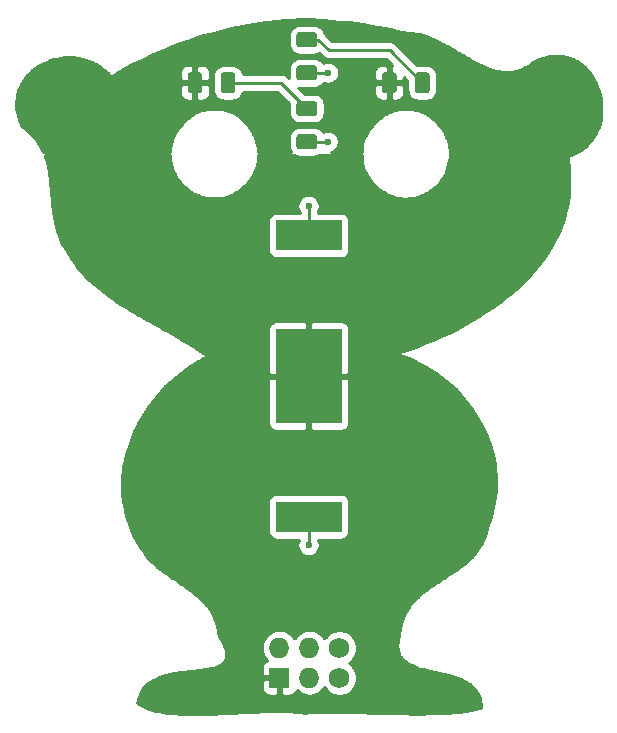
<source format=gbr>
G04 #@! TF.GenerationSoftware,KiCad,Pcbnew,(5.1.2)-1*
G04 #@! TF.CreationDate,2019-07-21T18:54:46-05:00*
G04 #@! TF.ProjectId,reddit-snoo-meetup,72656464-6974-42d7-936e-6f6f2d6d6565,rev?*
G04 #@! TF.SameCoordinates,Original*
G04 #@! TF.FileFunction,Copper,L2,Bot*
G04 #@! TF.FilePolarity,Positive*
%FSLAX46Y46*%
G04 Gerber Fmt 4.6, Leading zero omitted, Abs format (unit mm)*
G04 Created by KiCad (PCBNEW (5.1.2)-1) date 2019-07-21 18:54:46*
%MOMM*%
%LPD*%
G04 APERTURE LIST*
%ADD10R,5.560000X8.000000*%
%ADD11R,5.560000X2.600000*%
%ADD12C,0.100000*%
%ADD13C,1.250000*%
%ADD14C,1.727200*%
%ADD15O,1.727200X1.727200*%
%ADD16R,1.727200X1.727200*%
%ADD17C,0.600000*%
%ADD18C,0.250000*%
%ADD19C,0.254000*%
G04 APERTURE END LIST*
D10*
X1422400Y-5346700D03*
D11*
X1422400Y6558300D03*
X1422400Y-17251700D03*
D12*
G36*
X-7807696Y20355596D02*
G01*
X-7783427Y20351996D01*
X-7759629Y20346035D01*
X-7736529Y20337770D01*
X-7714351Y20327280D01*
X-7693307Y20314667D01*
X-7673602Y20300053D01*
X-7655423Y20283577D01*
X-7638947Y20265398D01*
X-7624333Y20245693D01*
X-7611720Y20224649D01*
X-7601230Y20202471D01*
X-7592965Y20179371D01*
X-7587004Y20155573D01*
X-7583404Y20131304D01*
X-7582200Y20106800D01*
X-7582200Y18856800D01*
X-7583404Y18832296D01*
X-7587004Y18808027D01*
X-7592965Y18784229D01*
X-7601230Y18761129D01*
X-7611720Y18738951D01*
X-7624333Y18717907D01*
X-7638947Y18698202D01*
X-7655423Y18680023D01*
X-7673602Y18663547D01*
X-7693307Y18648933D01*
X-7714351Y18636320D01*
X-7736529Y18625830D01*
X-7759629Y18617565D01*
X-7783427Y18611604D01*
X-7807696Y18608004D01*
X-7832200Y18606800D01*
X-8582200Y18606800D01*
X-8606704Y18608004D01*
X-8630973Y18611604D01*
X-8654771Y18617565D01*
X-8677871Y18625830D01*
X-8700049Y18636320D01*
X-8721093Y18648933D01*
X-8740798Y18663547D01*
X-8758977Y18680023D01*
X-8775453Y18698202D01*
X-8790067Y18717907D01*
X-8802680Y18738951D01*
X-8813170Y18761129D01*
X-8821435Y18784229D01*
X-8827396Y18808027D01*
X-8830996Y18832296D01*
X-8832200Y18856800D01*
X-8832200Y20106800D01*
X-8830996Y20131304D01*
X-8827396Y20155573D01*
X-8821435Y20179371D01*
X-8813170Y20202471D01*
X-8802680Y20224649D01*
X-8790067Y20245693D01*
X-8775453Y20265398D01*
X-8758977Y20283577D01*
X-8740798Y20300053D01*
X-8721093Y20314667D01*
X-8700049Y20327280D01*
X-8677871Y20337770D01*
X-8654771Y20346035D01*
X-8630973Y20351996D01*
X-8606704Y20355596D01*
X-8582200Y20356800D01*
X-7832200Y20356800D01*
X-7807696Y20355596D01*
X-7807696Y20355596D01*
G37*
D13*
X-8207200Y19481800D03*
D12*
G36*
X-5007696Y20355596D02*
G01*
X-4983427Y20351996D01*
X-4959629Y20346035D01*
X-4936529Y20337770D01*
X-4914351Y20327280D01*
X-4893307Y20314667D01*
X-4873602Y20300053D01*
X-4855423Y20283577D01*
X-4838947Y20265398D01*
X-4824333Y20245693D01*
X-4811720Y20224649D01*
X-4801230Y20202471D01*
X-4792965Y20179371D01*
X-4787004Y20155573D01*
X-4783404Y20131304D01*
X-4782200Y20106800D01*
X-4782200Y18856800D01*
X-4783404Y18832296D01*
X-4787004Y18808027D01*
X-4792965Y18784229D01*
X-4801230Y18761129D01*
X-4811720Y18738951D01*
X-4824333Y18717907D01*
X-4838947Y18698202D01*
X-4855423Y18680023D01*
X-4873602Y18663547D01*
X-4893307Y18648933D01*
X-4914351Y18636320D01*
X-4936529Y18625830D01*
X-4959629Y18617565D01*
X-4983427Y18611604D01*
X-5007696Y18608004D01*
X-5032200Y18606800D01*
X-5782200Y18606800D01*
X-5806704Y18608004D01*
X-5830973Y18611604D01*
X-5854771Y18617565D01*
X-5877871Y18625830D01*
X-5900049Y18636320D01*
X-5921093Y18648933D01*
X-5940798Y18663547D01*
X-5958977Y18680023D01*
X-5975453Y18698202D01*
X-5990067Y18717907D01*
X-6002680Y18738951D01*
X-6013170Y18761129D01*
X-6021435Y18784229D01*
X-6027396Y18808027D01*
X-6030996Y18832296D01*
X-6032200Y18856800D01*
X-6032200Y20106800D01*
X-6030996Y20131304D01*
X-6027396Y20155573D01*
X-6021435Y20179371D01*
X-6013170Y20202471D01*
X-6002680Y20224649D01*
X-5990067Y20245693D01*
X-5975453Y20265398D01*
X-5958977Y20283577D01*
X-5940798Y20300053D01*
X-5921093Y20314667D01*
X-5900049Y20327280D01*
X-5877871Y20337770D01*
X-5854771Y20346035D01*
X-5830973Y20351996D01*
X-5806704Y20355596D01*
X-5782200Y20356800D01*
X-5032200Y20356800D01*
X-5007696Y20355596D01*
X-5007696Y20355596D01*
G37*
D13*
X-5407200Y19481800D03*
D12*
G36*
X11438804Y20355596D02*
G01*
X11463073Y20351996D01*
X11486871Y20346035D01*
X11509971Y20337770D01*
X11532149Y20327280D01*
X11553193Y20314667D01*
X11572898Y20300053D01*
X11591077Y20283577D01*
X11607553Y20265398D01*
X11622167Y20245693D01*
X11634780Y20224649D01*
X11645270Y20202471D01*
X11653535Y20179371D01*
X11659496Y20155573D01*
X11663096Y20131304D01*
X11664300Y20106800D01*
X11664300Y18856800D01*
X11663096Y18832296D01*
X11659496Y18808027D01*
X11653535Y18784229D01*
X11645270Y18761129D01*
X11634780Y18738951D01*
X11622167Y18717907D01*
X11607553Y18698202D01*
X11591077Y18680023D01*
X11572898Y18663547D01*
X11553193Y18648933D01*
X11532149Y18636320D01*
X11509971Y18625830D01*
X11486871Y18617565D01*
X11463073Y18611604D01*
X11438804Y18608004D01*
X11414300Y18606800D01*
X10664300Y18606800D01*
X10639796Y18608004D01*
X10615527Y18611604D01*
X10591729Y18617565D01*
X10568629Y18625830D01*
X10546451Y18636320D01*
X10525407Y18648933D01*
X10505702Y18663547D01*
X10487523Y18680023D01*
X10471047Y18698202D01*
X10456433Y18717907D01*
X10443820Y18738951D01*
X10433330Y18761129D01*
X10425065Y18784229D01*
X10419104Y18808027D01*
X10415504Y18832296D01*
X10414300Y18856800D01*
X10414300Y20106800D01*
X10415504Y20131304D01*
X10419104Y20155573D01*
X10425065Y20179371D01*
X10433330Y20202471D01*
X10443820Y20224649D01*
X10456433Y20245693D01*
X10471047Y20265398D01*
X10487523Y20283577D01*
X10505702Y20300053D01*
X10525407Y20314667D01*
X10546451Y20327280D01*
X10568629Y20337770D01*
X10591729Y20346035D01*
X10615527Y20351996D01*
X10639796Y20355596D01*
X10664300Y20356800D01*
X11414300Y20356800D01*
X11438804Y20355596D01*
X11438804Y20355596D01*
G37*
D13*
X11039300Y19481800D03*
D12*
G36*
X8638804Y20355596D02*
G01*
X8663073Y20351996D01*
X8686871Y20346035D01*
X8709971Y20337770D01*
X8732149Y20327280D01*
X8753193Y20314667D01*
X8772898Y20300053D01*
X8791077Y20283577D01*
X8807553Y20265398D01*
X8822167Y20245693D01*
X8834780Y20224649D01*
X8845270Y20202471D01*
X8853535Y20179371D01*
X8859496Y20155573D01*
X8863096Y20131304D01*
X8864300Y20106800D01*
X8864300Y18856800D01*
X8863096Y18832296D01*
X8859496Y18808027D01*
X8853535Y18784229D01*
X8845270Y18761129D01*
X8834780Y18738951D01*
X8822167Y18717907D01*
X8807553Y18698202D01*
X8791077Y18680023D01*
X8772898Y18663547D01*
X8753193Y18648933D01*
X8732149Y18636320D01*
X8709971Y18625830D01*
X8686871Y18617565D01*
X8663073Y18611604D01*
X8638804Y18608004D01*
X8614300Y18606800D01*
X7864300Y18606800D01*
X7839796Y18608004D01*
X7815527Y18611604D01*
X7791729Y18617565D01*
X7768629Y18625830D01*
X7746451Y18636320D01*
X7725407Y18648933D01*
X7705702Y18663547D01*
X7687523Y18680023D01*
X7671047Y18698202D01*
X7656433Y18717907D01*
X7643820Y18738951D01*
X7633330Y18761129D01*
X7625065Y18784229D01*
X7619104Y18808027D01*
X7615504Y18832296D01*
X7614300Y18856800D01*
X7614300Y20106800D01*
X7615504Y20131304D01*
X7619104Y20155573D01*
X7625065Y20179371D01*
X7633330Y20202471D01*
X7643820Y20224649D01*
X7656433Y20245693D01*
X7671047Y20265398D01*
X7687523Y20283577D01*
X7705702Y20300053D01*
X7725407Y20314667D01*
X7746451Y20327280D01*
X7768629Y20337770D01*
X7791729Y20346035D01*
X7815527Y20351996D01*
X7839796Y20355596D01*
X7864300Y20356800D01*
X8614300Y20356800D01*
X8638804Y20355596D01*
X8638804Y20355596D01*
G37*
D13*
X8239300Y19481800D03*
D12*
G36*
X1906804Y17921196D02*
G01*
X1931073Y17917596D01*
X1954871Y17911635D01*
X1977971Y17903370D01*
X2000149Y17892880D01*
X2021193Y17880267D01*
X2040898Y17865653D01*
X2059077Y17849177D01*
X2075553Y17830998D01*
X2090167Y17811293D01*
X2102780Y17790249D01*
X2113270Y17768071D01*
X2121535Y17744971D01*
X2127496Y17721173D01*
X2131096Y17696904D01*
X2132300Y17672400D01*
X2132300Y16922400D01*
X2131096Y16897896D01*
X2127496Y16873627D01*
X2121535Y16849829D01*
X2113270Y16826729D01*
X2102780Y16804551D01*
X2090167Y16783507D01*
X2075553Y16763802D01*
X2059077Y16745623D01*
X2040898Y16729147D01*
X2021193Y16714533D01*
X2000149Y16701920D01*
X1977971Y16691430D01*
X1954871Y16683165D01*
X1931073Y16677204D01*
X1906804Y16673604D01*
X1882300Y16672400D01*
X632300Y16672400D01*
X607796Y16673604D01*
X583527Y16677204D01*
X559729Y16683165D01*
X536629Y16691430D01*
X514451Y16701920D01*
X493407Y16714533D01*
X473702Y16729147D01*
X455523Y16745623D01*
X439047Y16763802D01*
X424433Y16783507D01*
X411820Y16804551D01*
X401330Y16826729D01*
X393065Y16849829D01*
X387104Y16873627D01*
X383504Y16897896D01*
X382300Y16922400D01*
X382300Y17672400D01*
X383504Y17696904D01*
X387104Y17721173D01*
X393065Y17744971D01*
X401330Y17768071D01*
X411820Y17790249D01*
X424433Y17811293D01*
X439047Y17830998D01*
X455523Y17849177D01*
X473702Y17865653D01*
X493407Y17880267D01*
X514451Y17892880D01*
X536629Y17903370D01*
X559729Y17911635D01*
X583527Y17917596D01*
X607796Y17921196D01*
X632300Y17922400D01*
X1882300Y17922400D01*
X1906804Y17921196D01*
X1906804Y17921196D01*
G37*
D13*
X1257300Y17297400D03*
D12*
G36*
X1906804Y15121196D02*
G01*
X1931073Y15117596D01*
X1954871Y15111635D01*
X1977971Y15103370D01*
X2000149Y15092880D01*
X2021193Y15080267D01*
X2040898Y15065653D01*
X2059077Y15049177D01*
X2075553Y15030998D01*
X2090167Y15011293D01*
X2102780Y14990249D01*
X2113270Y14968071D01*
X2121535Y14944971D01*
X2127496Y14921173D01*
X2131096Y14896904D01*
X2132300Y14872400D01*
X2132300Y14122400D01*
X2131096Y14097896D01*
X2127496Y14073627D01*
X2121535Y14049829D01*
X2113270Y14026729D01*
X2102780Y14004551D01*
X2090167Y13983507D01*
X2075553Y13963802D01*
X2059077Y13945623D01*
X2040898Y13929147D01*
X2021193Y13914533D01*
X2000149Y13901920D01*
X1977971Y13891430D01*
X1954871Y13883165D01*
X1931073Y13877204D01*
X1906804Y13873604D01*
X1882300Y13872400D01*
X632300Y13872400D01*
X607796Y13873604D01*
X583527Y13877204D01*
X559729Y13883165D01*
X536629Y13891430D01*
X514451Y13901920D01*
X493407Y13914533D01*
X473702Y13929147D01*
X455523Y13945623D01*
X439047Y13963802D01*
X424433Y13983507D01*
X411820Y14004551D01*
X401330Y14026729D01*
X393065Y14049829D01*
X387104Y14073627D01*
X383504Y14097896D01*
X382300Y14122400D01*
X382300Y14872400D01*
X383504Y14896904D01*
X387104Y14921173D01*
X393065Y14944971D01*
X401330Y14968071D01*
X411820Y14990249D01*
X424433Y15011293D01*
X439047Y15030998D01*
X455523Y15049177D01*
X473702Y15065653D01*
X493407Y15080267D01*
X514451Y15092880D01*
X536629Y15103370D01*
X559729Y15111635D01*
X583527Y15117596D01*
X607796Y15121196D01*
X632300Y15122400D01*
X1882300Y15122400D01*
X1906804Y15121196D01*
X1906804Y15121196D01*
G37*
D13*
X1257300Y14497400D03*
D12*
G36*
X1906804Y20950496D02*
G01*
X1931073Y20946896D01*
X1954871Y20940935D01*
X1977971Y20932670D01*
X2000149Y20922180D01*
X2021193Y20909567D01*
X2040898Y20894953D01*
X2059077Y20878477D01*
X2075553Y20860298D01*
X2090167Y20840593D01*
X2102780Y20819549D01*
X2113270Y20797371D01*
X2121535Y20774271D01*
X2127496Y20750473D01*
X2131096Y20726204D01*
X2132300Y20701700D01*
X2132300Y19951700D01*
X2131096Y19927196D01*
X2127496Y19902927D01*
X2121535Y19879129D01*
X2113270Y19856029D01*
X2102780Y19833851D01*
X2090167Y19812807D01*
X2075553Y19793102D01*
X2059077Y19774923D01*
X2040898Y19758447D01*
X2021193Y19743833D01*
X2000149Y19731220D01*
X1977971Y19720730D01*
X1954871Y19712465D01*
X1931073Y19706504D01*
X1906804Y19702904D01*
X1882300Y19701700D01*
X632300Y19701700D01*
X607796Y19702904D01*
X583527Y19706504D01*
X559729Y19712465D01*
X536629Y19720730D01*
X514451Y19731220D01*
X493407Y19743833D01*
X473702Y19758447D01*
X455523Y19774923D01*
X439047Y19793102D01*
X424433Y19812807D01*
X411820Y19833851D01*
X401330Y19856029D01*
X393065Y19879129D01*
X387104Y19902927D01*
X383504Y19927196D01*
X382300Y19951700D01*
X382300Y20701700D01*
X383504Y20726204D01*
X387104Y20750473D01*
X393065Y20774271D01*
X401330Y20797371D01*
X411820Y20819549D01*
X424433Y20840593D01*
X439047Y20860298D01*
X455523Y20878477D01*
X473702Y20894953D01*
X493407Y20909567D01*
X514451Y20922180D01*
X536629Y20932670D01*
X559729Y20940935D01*
X583527Y20946896D01*
X607796Y20950496D01*
X632300Y20951700D01*
X1882300Y20951700D01*
X1906804Y20950496D01*
X1906804Y20950496D01*
G37*
D13*
X1257300Y20326700D03*
D12*
G36*
X1906804Y23750496D02*
G01*
X1931073Y23746896D01*
X1954871Y23740935D01*
X1977971Y23732670D01*
X2000149Y23722180D01*
X2021193Y23709567D01*
X2040898Y23694953D01*
X2059077Y23678477D01*
X2075553Y23660298D01*
X2090167Y23640593D01*
X2102780Y23619549D01*
X2113270Y23597371D01*
X2121535Y23574271D01*
X2127496Y23550473D01*
X2131096Y23526204D01*
X2132300Y23501700D01*
X2132300Y22751700D01*
X2131096Y22727196D01*
X2127496Y22702927D01*
X2121535Y22679129D01*
X2113270Y22656029D01*
X2102780Y22633851D01*
X2090167Y22612807D01*
X2075553Y22593102D01*
X2059077Y22574923D01*
X2040898Y22558447D01*
X2021193Y22543833D01*
X2000149Y22531220D01*
X1977971Y22520730D01*
X1954871Y22512465D01*
X1931073Y22506504D01*
X1906804Y22502904D01*
X1882300Y22501700D01*
X632300Y22501700D01*
X607796Y22502904D01*
X583527Y22506504D01*
X559729Y22512465D01*
X536629Y22520730D01*
X514451Y22531220D01*
X493407Y22543833D01*
X473702Y22558447D01*
X455523Y22574923D01*
X439047Y22593102D01*
X424433Y22612807D01*
X411820Y22633851D01*
X401330Y22656029D01*
X393065Y22679129D01*
X387104Y22702927D01*
X383504Y22727196D01*
X382300Y22751700D01*
X382300Y23501700D01*
X383504Y23526204D01*
X387104Y23550473D01*
X393065Y23574271D01*
X401330Y23597371D01*
X411820Y23619549D01*
X424433Y23640593D01*
X439047Y23660298D01*
X455523Y23678477D01*
X473702Y23694953D01*
X493407Y23709567D01*
X514451Y23722180D01*
X536629Y23732670D01*
X559729Y23740935D01*
X583527Y23746896D01*
X607796Y23750496D01*
X632300Y23751700D01*
X1882300Y23751700D01*
X1906804Y23750496D01*
X1906804Y23750496D01*
G37*
D13*
X1257300Y23126700D03*
D14*
X4022400Y-28366400D03*
X4022400Y-30906400D03*
D15*
X1482400Y-28366400D03*
X1482400Y-30906400D03*
X-1057600Y-28366400D03*
D16*
X-1057600Y-30906400D03*
D17*
X3073400Y20332700D03*
X3035300Y14490700D03*
X1409700Y9067800D03*
X1409700Y-19659600D03*
D18*
X1257300Y20326700D02*
X3067400Y20326700D01*
X3067400Y20326700D02*
X3073400Y20332700D01*
X2232300Y14497400D02*
X2239000Y14490700D01*
X1257300Y14497400D02*
X2232300Y14497400D01*
X2239000Y14490700D02*
X3035300Y14490700D01*
X1422400Y6558300D02*
X1422400Y9055100D01*
X1422400Y9055100D02*
X1409700Y9067800D01*
X1422400Y-17251700D02*
X1422400Y-19646900D01*
X1422400Y-19646900D02*
X1409700Y-19659600D01*
X2232300Y23126700D02*
X3108600Y22250400D01*
X1257300Y23126700D02*
X2232300Y23126700D01*
X8270700Y22250400D02*
X11039300Y19481800D01*
X3108600Y22250400D02*
X8270700Y22250400D01*
X-927100Y19481800D02*
X1257300Y17297400D01*
X-5407200Y19481800D02*
X-927100Y19481800D01*
D19*
G36*
X1271622Y24870374D02*
G01*
X1400454Y24867422D01*
X1535291Y24862455D01*
X1679103Y24855437D01*
X1834478Y24846352D01*
X2004808Y24835135D01*
X2192191Y24821809D01*
X2399559Y24806343D01*
X2612463Y24790047D01*
X3345082Y24729438D01*
X4053334Y24662455D01*
X4738023Y24588997D01*
X5400109Y24508939D01*
X6039800Y24422242D01*
X6658054Y24328775D01*
X7255299Y24228481D01*
X7832289Y24121252D01*
X8389594Y24007013D01*
X8928021Y23885639D01*
X9269084Y23802651D01*
X9360680Y23780133D01*
X9362693Y23779656D01*
X9435223Y23763073D01*
X9439058Y23762258D01*
X9497322Y23750817D01*
X9503455Y23749768D01*
X9552549Y23742604D01*
X9560338Y23741712D01*
X9605353Y23737960D01*
X9612576Y23737565D01*
X9658608Y23736359D01*
X9661665Y23736315D01*
X9666951Y23736304D01*
X9721279Y23735058D01*
X9792534Y23731593D01*
X9872624Y23726353D01*
X9952568Y23719861D01*
X9970649Y23718180D01*
X10240292Y23685189D01*
X10510521Y23637652D01*
X10784925Y23574724D01*
X11065450Y23495742D01*
X11354087Y23400014D01*
X11652836Y23286832D01*
X11963508Y23155550D01*
X12288377Y23005325D01*
X12465735Y22918396D01*
X12577351Y22862276D01*
X12686804Y22806346D01*
X12795998Y22749543D01*
X12907305Y22690559D01*
X13022530Y22628387D01*
X13144209Y22561626D01*
X13274143Y22489273D01*
X13414558Y22410091D01*
X13567610Y22322883D01*
X13735660Y22226334D01*
X13920246Y22119600D01*
X14123631Y22001425D01*
X14207151Y21952770D01*
X14207309Y21952678D01*
X14457284Y21807534D01*
X14457733Y21807274D01*
X14688021Y21674817D01*
X14688591Y21674492D01*
X14900954Y21553802D01*
X14901666Y21553400D01*
X15097865Y21443560D01*
X15098737Y21443076D01*
X15280534Y21343166D01*
X15281586Y21342595D01*
X15450743Y21251697D01*
X15451987Y21251037D01*
X15610266Y21168233D01*
X15611705Y21167492D01*
X15760868Y21091862D01*
X15762492Y21091053D01*
X15904301Y21021680D01*
X15906078Y21020828D01*
X16042293Y20956792D01*
X16044176Y20955925D01*
X16176561Y20896308D01*
X16178479Y20895463D01*
X16308795Y20839346D01*
X16310669Y20838557D01*
X16440678Y20785023D01*
X16441776Y20784577D01*
X16471776Y20772550D01*
X16474205Y20771605D01*
X16748975Y20667943D01*
X16754123Y20666126D01*
X17014709Y20580416D01*
X17020797Y20578581D01*
X17270287Y20510151D01*
X17277233Y20508455D01*
X17518717Y20456633D01*
X17526317Y20455242D01*
X17762882Y20419357D01*
X17770816Y20418408D01*
X18005551Y20397788D01*
X18013070Y20397352D01*
X18227256Y20391289D01*
X18232125Y20391244D01*
X18374535Y20392674D01*
X18378484Y20392775D01*
X18502629Y20397886D01*
X18508132Y20398233D01*
X18620979Y20407799D01*
X18627406Y20408509D01*
X18735922Y20423302D01*
X18742123Y20424304D01*
X18853276Y20445099D01*
X18858188Y20446119D01*
X18978945Y20473688D01*
X18980871Y20474143D01*
X18985684Y20475321D01*
X18991380Y20476857D01*
X19244798Y20551514D01*
X19255366Y20555139D01*
X19507464Y20654225D01*
X19517106Y20658485D01*
X19765997Y20781031D01*
X19774831Y20785824D01*
X20018628Y20930865D01*
X20026758Y20936132D01*
X20263577Y21102700D01*
X20268880Y21106639D01*
X20359996Y21178086D01*
X20428661Y21231286D01*
X20493470Y21276384D01*
X20561003Y21317599D01*
X20636671Y21357895D01*
X20725542Y21399790D01*
X20832285Y21445550D01*
X20936671Y21487654D01*
X21242114Y21596871D01*
X21541773Y21681093D01*
X21836973Y21740984D01*
X22127616Y21776689D01*
X22413672Y21788337D01*
X22695123Y21776026D01*
X22971964Y21739817D01*
X23244299Y21679702D01*
X23512112Y21595638D01*
X23776808Y21486951D01*
X23887867Y21433373D01*
X24098321Y21318833D01*
X24293624Y21194691D01*
X24480366Y21056448D01*
X24664867Y20899379D01*
X24787921Y20783380D01*
X25011924Y20547139D01*
X25217835Y20294630D01*
X25406078Y20025833D01*
X25576201Y19741640D01*
X25727748Y19442945D01*
X25860239Y19130676D01*
X25973198Y18805765D01*
X26066158Y18469105D01*
X26138636Y18121660D01*
X26190030Y17765511D01*
X26196500Y17689779D01*
X26201453Y17591608D01*
X26204702Y17477554D01*
X26206219Y17353191D01*
X26206010Y17224351D01*
X26204103Y17096359D01*
X26200540Y16974862D01*
X26195381Y16865229D01*
X26188724Y16773108D01*
X26184173Y16729585D01*
X26132501Y16397385D01*
X26060835Y16080846D01*
X25968968Y15778522D01*
X25856793Y15489829D01*
X25724168Y15214183D01*
X25569899Y14949275D01*
X25533153Y14892694D01*
X25371358Y14668475D01*
X25189537Y14452497D01*
X24990365Y14247180D01*
X24777811Y14056547D01*
X24554705Y13883603D01*
X24466254Y13822264D01*
X24309152Y13722884D01*
X24137114Y13624640D01*
X23956860Y13530952D01*
X23776000Y13445678D01*
X23601668Y13372366D01*
X23491490Y13331455D01*
X23489817Y13330821D01*
X23451214Y13315865D01*
X23426544Y13303043D01*
X23407548Y13290352D01*
X23388302Y13274559D01*
X23372507Y13255315D01*
X23360769Y13233359D01*
X23356473Y13221303D01*
X23352106Y13206772D01*
X23347312Y13182342D01*
X23348641Y13148284D01*
X23350003Y13140517D01*
X23350444Y13138133D01*
X23355548Y13111973D01*
X23363059Y13065522D01*
X23372767Y13000453D01*
X23383872Y12922352D01*
X23395796Y12835471D01*
X23407989Y12743895D01*
X23419854Y12652060D01*
X23430798Y12564417D01*
X23440333Y12484546D01*
X23447805Y12417468D01*
X23450101Y12395090D01*
X23461986Y12273210D01*
X23471891Y12165519D01*
X23479954Y12068432D01*
X23486389Y11977574D01*
X23491376Y11888994D01*
X23495115Y11798233D01*
X23497787Y11701004D01*
X23499558Y11593071D01*
X23500590Y11470622D01*
X23501055Y11329451D01*
X23501135Y11214254D01*
X23500938Y11051852D01*
X23500229Y10911678D01*
X23498820Y10788990D01*
X23496545Y10680522D01*
X23493223Y10581971D01*
X23488686Y10489511D01*
X23482727Y10398672D01*
X23475163Y10305638D01*
X23465762Y10206039D01*
X23454327Y10095980D01*
X23444268Y10003970D01*
X23374758Y9490970D01*
X23280871Y8984225D01*
X23162503Y8482457D01*
X23019718Y7985736D01*
X22852596Y7494187D01*
X22661189Y7007882D01*
X22445579Y6526977D01*
X22205803Y6051534D01*
X21941950Y5581728D01*
X21654049Y5117634D01*
X21342196Y4659433D01*
X21006418Y4207208D01*
X20646801Y3761126D01*
X20263397Y3321313D01*
X19856308Y2887945D01*
X19425528Y2461090D01*
X18971213Y2040976D01*
X18493375Y1627688D01*
X17991997Y1221303D01*
X17583488Y908374D01*
X17035344Y511596D01*
X16464557Y123661D01*
X15872170Y-254926D01*
X15259484Y-623482D01*
X14627762Y-981350D01*
X13978325Y-1327849D01*
X13312289Y-1662400D01*
X12631099Y-1984265D01*
X11935968Y-2292821D01*
X11228089Y-2587449D01*
X10508841Y-2867457D01*
X9779095Y-3132344D01*
X9403609Y-3261290D01*
X9164863Y-3341712D01*
X9142162Y-3351934D01*
X9121891Y-3366388D01*
X9104830Y-3384519D01*
X9091634Y-3405630D01*
X9082810Y-3428910D01*
X9078697Y-3453465D01*
X9079453Y-3478349D01*
X9085050Y-3502609D01*
X9095272Y-3525310D01*
X9109726Y-3545581D01*
X9127857Y-3562642D01*
X9148968Y-3575838D01*
X9162936Y-3581756D01*
X9388064Y-3661637D01*
X9891951Y-3853477D01*
X10384052Y-4066841D01*
X10865020Y-4301558D01*
X11334229Y-4556979D01*
X11790913Y-4832378D01*
X12234448Y-5127108D01*
X12664176Y-5440507D01*
X13079348Y-5771842D01*
X13479329Y-6120469D01*
X13863418Y-6485681D01*
X14230968Y-6866831D01*
X14581253Y-7263179D01*
X14913618Y-7674066D01*
X15227414Y-8098840D01*
X15521906Y-8536737D01*
X15796481Y-8987155D01*
X16050413Y-9449326D01*
X16283081Y-9922655D01*
X16493772Y-10406370D01*
X16682210Y-10900808D01*
X16734128Y-11050720D01*
X16874901Y-11498921D01*
X16994612Y-11949601D01*
X17094214Y-12406882D01*
X17174362Y-12874012D01*
X17235777Y-13354877D01*
X17262142Y-13630914D01*
X17266667Y-13700581D01*
X17270501Y-13792646D01*
X17273582Y-13903107D01*
X17275866Y-14027103D01*
X17277347Y-14160717D01*
X17278025Y-14300055D01*
X17277891Y-14440529D01*
X17276951Y-14578308D01*
X17275202Y-14709523D01*
X17272658Y-14829565D01*
X17269327Y-14934584D01*
X17265246Y-15020162D01*
X17262169Y-15063874D01*
X17212809Y-15537290D01*
X17145925Y-15994320D01*
X17060824Y-16438427D01*
X16956847Y-16872643D01*
X16833276Y-17300183D01*
X16689145Y-17724881D01*
X16614859Y-17922351D01*
X16614400Y-17923589D01*
X16586528Y-18000084D01*
X16585190Y-18003947D01*
X16558176Y-18086230D01*
X16557043Y-18089868D01*
X16533812Y-18168514D01*
X16532455Y-18173472D01*
X16515936Y-18239056D01*
X16514896Y-18243525D01*
X16514180Y-18246873D01*
X16432034Y-18581167D01*
X16328623Y-18902294D01*
X16203176Y-19213056D01*
X16055438Y-19513982D01*
X15885119Y-19805571D01*
X15691904Y-20088291D01*
X15475478Y-20362547D01*
X15235358Y-20628903D01*
X14997131Y-20863646D01*
X14887476Y-20964554D01*
X14777012Y-21062993D01*
X14665009Y-21159327D01*
X14549642Y-21254912D01*
X14429337Y-21350890D01*
X14302239Y-21448621D01*
X14166562Y-21549401D01*
X14020840Y-21654284D01*
X13863121Y-21764679D01*
X13691917Y-21881664D01*
X13505470Y-22006509D01*
X13302187Y-22140371D01*
X13080434Y-22284442D01*
X12838492Y-22439963D01*
X12796673Y-22466709D01*
X12796512Y-22466813D01*
X12554774Y-22621934D01*
X12554303Y-22622237D01*
X12332843Y-22765729D01*
X12332239Y-22766123D01*
X12129409Y-22899186D01*
X12128651Y-22899688D01*
X11942807Y-23023519D01*
X11941877Y-23024144D01*
X11771370Y-23139941D01*
X11770253Y-23140709D01*
X11613438Y-23249671D01*
X11612128Y-23250593D01*
X11467358Y-23353917D01*
X11465861Y-23355002D01*
X11331490Y-23453888D01*
X11329831Y-23455130D01*
X11204213Y-23550774D01*
X11202432Y-23552155D01*
X11083920Y-23645756D01*
X11082080Y-23647237D01*
X10969027Y-23739993D01*
X10967199Y-23741522D01*
X10857960Y-23834632D01*
X10856224Y-23836139D01*
X10749152Y-23930800D01*
X10747580Y-23932213D01*
X10641028Y-24029623D01*
X10640115Y-24030466D01*
X10608332Y-24060098D01*
X10605232Y-24063088D01*
X10353489Y-24314279D01*
X10347728Y-24320422D01*
X10119545Y-24580500D01*
X10113941Y-24587355D01*
X9909399Y-24856173D01*
X9904075Y-24863726D01*
X9723253Y-25141134D01*
X9718335Y-25149339D01*
X9561311Y-25435191D01*
X9556923Y-25443965D01*
X9423776Y-25738113D01*
X9420028Y-25747340D01*
X9310839Y-26049635D01*
X9307814Y-26059169D01*
X9222660Y-26369464D01*
X9220407Y-26379145D01*
X9159369Y-26697292D01*
X9158335Y-26703514D01*
X9145334Y-26795848D01*
X9145221Y-26796668D01*
X9132648Y-26890384D01*
X9121132Y-26967096D01*
X9109224Y-27034516D01*
X9095352Y-27100836D01*
X9077862Y-27174097D01*
X9055109Y-27262012D01*
X9040880Y-27315228D01*
X9040235Y-27317744D01*
X8997793Y-27490568D01*
X8996325Y-27497334D01*
X8965906Y-27658726D01*
X8964681Y-27666564D01*
X8944766Y-27826578D01*
X8944060Y-27834052D01*
X8933130Y-28002746D01*
X8932944Y-28006459D01*
X8931858Y-28037102D01*
X8931793Y-28039674D01*
X8929755Y-28174015D01*
X8929797Y-28179744D01*
X8933270Y-28295682D01*
X8933744Y-28303480D01*
X8943288Y-28407527D01*
X8944431Y-28416475D01*
X8960609Y-28515141D01*
X8962143Y-28522958D01*
X8981298Y-28606552D01*
X8983801Y-28615841D01*
X9033798Y-28776884D01*
X9038545Y-28789697D01*
X9104122Y-28941130D01*
X9110592Y-28954011D01*
X9192510Y-29096347D01*
X9200510Y-29108565D01*
X9299530Y-29242317D01*
X9308603Y-29253239D01*
X9425487Y-29378921D01*
X9435033Y-29388164D01*
X9570541Y-29506291D01*
X9579980Y-29513762D01*
X9734874Y-29624847D01*
X9743762Y-29630674D01*
X9918803Y-29735230D01*
X9926870Y-29739661D01*
X10122819Y-29838203D01*
X10129951Y-29841517D01*
X10347570Y-29934559D01*
X10353761Y-29937016D01*
X10593810Y-30025070D01*
X10599113Y-30026883D01*
X10862354Y-30110464D01*
X10866857Y-30111803D01*
X11154051Y-30191425D01*
X11157234Y-30192263D01*
X11356988Y-30242107D01*
X11358694Y-30242520D01*
X11408551Y-30254231D01*
X11409126Y-30254365D01*
X11480549Y-30270792D01*
X11480848Y-30270860D01*
X11570595Y-30291273D01*
X11570790Y-30291317D01*
X11675617Y-30314987D01*
X11675765Y-30315021D01*
X11792429Y-30341217D01*
X11792553Y-30341244D01*
X11917812Y-30369238D01*
X11917930Y-30369265D01*
X12048540Y-30398325D01*
X12048656Y-30398351D01*
X12181374Y-30427749D01*
X12181446Y-30427764D01*
X12205025Y-30432973D01*
X12392343Y-30474462D01*
X12557584Y-30511376D01*
X12702854Y-30544238D01*
X12831620Y-30573876D01*
X12946206Y-30600859D01*
X13049404Y-30625862D01*
X13143846Y-30649520D01*
X13232381Y-30672523D01*
X13318083Y-30695623D01*
X13403428Y-30719419D01*
X13491127Y-30744571D01*
X13507429Y-30749310D01*
X13803891Y-30841528D01*
X14075487Y-30938312D01*
X14324920Y-31040653D01*
X14553967Y-31149236D01*
X14764528Y-31264794D01*
X14959370Y-31388634D01*
X15061849Y-31461670D01*
X15128148Y-31514634D01*
X15204811Y-31582235D01*
X15287075Y-31659922D01*
X15369593Y-31742454D01*
X15447291Y-31824712D01*
X15515035Y-31901393D01*
X15568438Y-31967871D01*
X15579627Y-31983257D01*
X15707837Y-32184325D01*
X15814150Y-32391620D01*
X15900493Y-32608951D01*
X15967654Y-32838671D01*
X16016385Y-33083803D01*
X16040423Y-33272943D01*
X16049304Y-33376128D01*
X16052963Y-33453531D01*
X16052694Y-33465554D01*
X16016075Y-33473877D01*
X15953211Y-33487881D01*
X15937571Y-33491326D01*
X15539669Y-33572473D01*
X15124712Y-33644799D01*
X14690710Y-33708604D01*
X14236533Y-33764009D01*
X13761042Y-33811136D01*
X13263151Y-33850101D01*
X12819967Y-33876975D01*
X12642454Y-33885981D01*
X12469832Y-33893839D01*
X12299791Y-33900581D01*
X12128842Y-33906288D01*
X11954157Y-33911017D01*
X11772309Y-33914842D01*
X11580408Y-33917820D01*
X11375286Y-33920016D01*
X11154147Y-33921492D01*
X10913797Y-33922310D01*
X10650758Y-33922536D01*
X10642662Y-33922534D01*
X10492300Y-33922460D01*
X10350850Y-33922292D01*
X10216553Y-33921997D01*
X10088152Y-33921546D01*
X9964042Y-33920907D01*
X9842259Y-33920047D01*
X9721325Y-33918933D01*
X9599722Y-33917538D01*
X9476187Y-33915830D01*
X9348258Y-33913769D01*
X9215182Y-33911337D01*
X9074874Y-33908490D01*
X8926168Y-33905207D01*
X8766917Y-33901445D01*
X8595744Y-33897176D01*
X8411281Y-33892375D01*
X8211762Y-33887005D01*
X7995468Y-33881031D01*
X7761032Y-33874428D01*
X7761032Y-33874429D01*
X7506809Y-33867164D01*
X7231097Y-33859202D01*
X6932432Y-33850515D01*
X6772805Y-33845856D01*
X6772802Y-33845856D01*
X6606945Y-33841019D01*
X6606933Y-33841019D01*
X6432641Y-33835953D01*
X6432630Y-33835952D01*
X6254223Y-33830782D01*
X6254213Y-33830782D01*
X6076010Y-33825631D01*
X6076000Y-33825631D01*
X5902323Y-33820625D01*
X5902312Y-33820624D01*
X5737480Y-33815887D01*
X5737467Y-33815887D01*
X5585800Y-33811544D01*
X5585784Y-33811544D01*
X5451603Y-33807719D01*
X5451581Y-33807718D01*
X5356647Y-33805028D01*
X5356125Y-33805014D01*
X5259894Y-33802683D01*
X5259206Y-33802668D01*
X5140461Y-33800436D01*
X5140007Y-33800429D01*
X5001633Y-33798323D01*
X5001302Y-33798318D01*
X4846182Y-33796361D01*
X4845918Y-33796358D01*
X4676938Y-33794577D01*
X4676716Y-33794575D01*
X4496762Y-33792994D01*
X4496560Y-33792992D01*
X4308515Y-33791638D01*
X4308325Y-33791637D01*
X4115076Y-33790535D01*
X4114888Y-33790534D01*
X3919319Y-33789709D01*
X3919124Y-33789708D01*
X3724120Y-33789185D01*
X3723911Y-33789185D01*
X3537082Y-33788991D01*
X3536904Y-33788991D01*
X3289343Y-33789080D01*
X3289170Y-33789080D01*
X3064604Y-33789467D01*
X3064368Y-33789468D01*
X2860393Y-33790199D01*
X2860080Y-33790200D01*
X2674292Y-33791324D01*
X2673890Y-33791327D01*
X2503884Y-33792893D01*
X2503389Y-33792899D01*
X2346763Y-33794953D01*
X2346168Y-33794962D01*
X2200516Y-33797554D01*
X2199833Y-33797568D01*
X2062751Y-33800745D01*
X2061999Y-33800765D01*
X1931085Y-33804576D01*
X1930296Y-33804601D01*
X1803144Y-33809093D01*
X1802360Y-33809123D01*
X1676568Y-33814345D01*
X1675836Y-33814378D01*
X1548997Y-33820377D01*
X1548353Y-33820409D01*
X1418066Y-33827234D01*
X1417575Y-33827261D01*
X1302940Y-33833711D01*
X1215170Y-33838251D01*
X1146222Y-33840217D01*
X1086659Y-33839557D01*
X1026076Y-33836081D01*
X954278Y-33829328D01*
X885846Y-33821629D01*
X885846Y-33821630D01*
X731458Y-33804201D01*
X730278Y-33804073D01*
X582298Y-33788767D01*
X580887Y-33788629D01*
X436590Y-33775330D01*
X435015Y-33775195D01*
X291631Y-33763779D01*
X289975Y-33763658D01*
X144730Y-33754002D01*
X143091Y-33753903D01*
X-6787Y-33745884D01*
X-8325Y-33745811D01*
X-165607Y-33739307D01*
X-166978Y-33739258D01*
X-334437Y-33734145D01*
X-335608Y-33734115D01*
X-516015Y-33730271D01*
X-516972Y-33730254D01*
X-713100Y-33727555D01*
X-713856Y-33727547D01*
X-928477Y-33725870D01*
X-929051Y-33725867D01*
X-1164937Y-33725090D01*
X-1165263Y-33725089D01*
X-1288958Y-33724999D01*
X-1289110Y-33724999D01*
X-1439529Y-33725070D01*
X-1439697Y-33725070D01*
X-1580960Y-33725324D01*
X-1581204Y-33725325D01*
X-1714990Y-33725822D01*
X-1715311Y-33725823D01*
X-1843301Y-33726622D01*
X-1843695Y-33726626D01*
X-1967566Y-33727784D01*
X-1968028Y-33727789D01*
X-2089462Y-33729366D01*
X-2089973Y-33729373D01*
X-2210647Y-33731426D01*
X-2211190Y-33731437D01*
X-2332786Y-33734026D01*
X-2333336Y-33734039D01*
X-2457531Y-33737221D01*
X-2458067Y-33737236D01*
X-2586543Y-33741071D01*
X-2587046Y-33741087D01*
X-2721480Y-33745633D01*
X-2721937Y-33745649D01*
X-2864010Y-33750965D01*
X-2864410Y-33750980D01*
X-3015800Y-33757123D01*
X-3016144Y-33757138D01*
X-3178532Y-33764168D01*
X-3178818Y-33764181D01*
X-3353883Y-33772156D01*
X-3354117Y-33772166D01*
X-3543538Y-33781144D01*
X-3543724Y-33781153D01*
X-3749181Y-33791194D01*
X-3749325Y-33791202D01*
X-3972497Y-33802363D01*
X-3972607Y-33802368D01*
X-4215174Y-33814709D01*
X-4215253Y-33814713D01*
X-4478893Y-33828291D01*
X-4478948Y-33828294D01*
X-4765342Y-33843169D01*
X-4765371Y-33843170D01*
X-4934216Y-33851978D01*
X-5229181Y-33867264D01*
X-5501026Y-33881095D01*
X-5751942Y-33893573D01*
X-5984753Y-33904832D01*
X-5984753Y-33904833D01*
X-6201013Y-33914943D01*
X-6403650Y-33924041D01*
X-6594880Y-33932231D01*
X-6776813Y-33939614D01*
X-6952042Y-33946305D01*
X-6976543Y-33947207D01*
X-7088308Y-33950770D01*
X-7218387Y-33954012D01*
X-7364019Y-33956924D01*
X-7521240Y-33959470D01*
X-7687546Y-33961643D01*
X-7859132Y-33963415D01*
X-8033002Y-33964769D01*
X-8205506Y-33965683D01*
X-8374135Y-33966141D01*
X-8534671Y-33966120D01*
X-8684269Y-33965604D01*
X-8819535Y-33964573D01*
X-8937326Y-33963012D01*
X-9034116Y-33960908D01*
X-9069269Y-33959803D01*
X-9489799Y-33940770D01*
X-9886508Y-33914336D01*
X-10260731Y-33880351D01*
X-10613645Y-33838669D01*
X-10946353Y-33789162D01*
X-11259982Y-33731698D01*
X-11555577Y-33666174D01*
X-11834393Y-33592445D01*
X-12098929Y-33509966D01*
X-12105503Y-33507742D01*
X-12263256Y-33450335D01*
X-12426426Y-33383824D01*
X-12589975Y-33310633D01*
X-12747376Y-33233816D01*
X-12892220Y-33156449D01*
X-13019359Y-33080973D01*
X-13035816Y-33070447D01*
X-13099955Y-33028965D01*
X-13088110Y-32951802D01*
X-13067744Y-32849429D01*
X-13041964Y-32738637D01*
X-13012810Y-32628306D01*
X-12982095Y-32526193D01*
X-12980420Y-32521059D01*
X-12893866Y-32293052D01*
X-12790025Y-32081757D01*
X-12667646Y-31884118D01*
X-12580250Y-31770000D01*
X-2559272Y-31770000D01*
X-2547012Y-31894482D01*
X-2510702Y-32014180D01*
X-2451737Y-32124494D01*
X-2372385Y-32221185D01*
X-2275694Y-32300537D01*
X-2165380Y-32359502D01*
X-2045682Y-32395812D01*
X-1921200Y-32408072D01*
X-1343350Y-32405000D01*
X-1184600Y-32246250D01*
X-1184600Y-31033400D01*
X-2397450Y-31033400D01*
X-2556200Y-31192150D01*
X-2559272Y-31770000D01*
X-12580250Y-31770000D01*
X-12526305Y-31699561D01*
X-12365459Y-31527567D01*
X-12184495Y-31367715D01*
X-11982811Y-31219723D01*
X-11759864Y-31083430D01*
X-11515136Y-30958714D01*
X-11248203Y-30845512D01*
X-10958756Y-30743790D01*
X-10645337Y-30653147D01*
X-10573877Y-30634894D01*
X-10443313Y-30603227D01*
X-10313587Y-30573748D01*
X-10182315Y-30546072D01*
X-10047006Y-30519803D01*
X-9905383Y-30494592D01*
X-9754953Y-30470058D01*
X-9593613Y-30445886D01*
X-9418795Y-30421691D01*
X-9228570Y-30397177D01*
X-9020212Y-30371941D01*
X-8791925Y-30345697D01*
X-8541015Y-30318048D01*
X-8444612Y-30307674D01*
X-8444541Y-30307666D01*
X-8222311Y-30283625D01*
X-8221944Y-30283585D01*
X-8022793Y-30261455D01*
X-8022294Y-30261399D01*
X-7843999Y-30240872D01*
X-7843339Y-30240794D01*
X-7683675Y-30221565D01*
X-7682824Y-30221459D01*
X-7539569Y-30203224D01*
X-7538495Y-30203083D01*
X-7409423Y-30185534D01*
X-7408112Y-30185349D01*
X-7291001Y-30168181D01*
X-7289457Y-30167945D01*
X-7182082Y-30150853D01*
X-7180342Y-30150563D01*
X-7080480Y-30133241D01*
X-7078622Y-30132905D01*
X-6984048Y-30115048D01*
X-6982186Y-30114682D01*
X-6890678Y-30095984D01*
X-6889519Y-30095741D01*
X-6862196Y-30089892D01*
X-6858950Y-30089153D01*
X-6638758Y-30035946D01*
X-6631766Y-30034044D01*
X-6435494Y-29974583D01*
X-6426950Y-29971659D01*
X-6253774Y-29905429D01*
X-6243521Y-29900981D01*
X-6092616Y-29827468D01*
X-6080685Y-29820841D01*
X-5951227Y-29739528D01*
X-5938042Y-29730017D01*
X-5829209Y-29640390D01*
X-5815747Y-29627537D01*
X-5726714Y-29529081D01*
X-5714422Y-29513103D01*
X-5644365Y-29405302D01*
X-5634799Y-29387675D01*
X-5584403Y-29274277D01*
X-5579817Y-29262384D01*
X-5568212Y-29227104D01*
X-5565388Y-29217174D01*
X-5557246Y-29183388D01*
X-5554923Y-29171136D01*
X-5549643Y-29133188D01*
X-5548684Y-29123695D01*
X-5545666Y-29075932D01*
X-5545442Y-29070648D01*
X-5544085Y-29007413D01*
X-5544057Y-29005288D01*
X-5543767Y-28943900D01*
X-5543768Y-28942672D01*
X-5544165Y-28862380D01*
X-5544223Y-28859110D01*
X-5546131Y-28796982D01*
X-5546494Y-28790519D01*
X-5550684Y-28739330D01*
X-5551715Y-28730527D01*
X-5558962Y-28683051D01*
X-5560402Y-28675258D01*
X-5571477Y-28624270D01*
X-5572412Y-28620277D01*
X-5583588Y-28575800D01*
X-5585324Y-28569567D01*
X-5640990Y-28387770D01*
X-5644095Y-28378833D01*
X-5648940Y-28366400D01*
X-2563451Y-28366400D01*
X-2534516Y-28660177D01*
X-2448825Y-28942664D01*
X-2309669Y-29203006D01*
X-2122397Y-29431197D01*
X-2114335Y-29437814D01*
X-2165380Y-29453298D01*
X-2275694Y-29512263D01*
X-2372385Y-29591615D01*
X-2451737Y-29688306D01*
X-2510702Y-29798620D01*
X-2547012Y-29918318D01*
X-2559272Y-30042800D01*
X-2556200Y-30620650D01*
X-2397450Y-30779400D01*
X-1184600Y-30779400D01*
X-1184600Y-30759400D01*
X-930600Y-30759400D01*
X-930600Y-30779400D01*
X-910600Y-30779400D01*
X-910600Y-31033400D01*
X-930600Y-31033400D01*
X-930600Y-32246250D01*
X-771850Y-32405000D01*
X-194000Y-32408072D01*
X-69518Y-32395812D01*
X50180Y-32359502D01*
X160494Y-32300537D01*
X257185Y-32221185D01*
X336537Y-32124494D01*
X395502Y-32014180D01*
X410986Y-31963135D01*
X417603Y-31971197D01*
X645794Y-32158469D01*
X906136Y-32297625D01*
X1188623Y-32383316D01*
X1408781Y-32405000D01*
X1556019Y-32405000D01*
X1776177Y-32383316D01*
X2058664Y-32297625D01*
X2319006Y-32158469D01*
X2547197Y-31971197D01*
X2734469Y-31743006D01*
X2754283Y-31705937D01*
X2858361Y-31861702D01*
X3067098Y-32070439D01*
X3312547Y-32234442D01*
X3585275Y-32347410D01*
X3874801Y-32405000D01*
X4169999Y-32405000D01*
X4459525Y-32347410D01*
X4732253Y-32234442D01*
X4977702Y-32070439D01*
X5186439Y-31861702D01*
X5350442Y-31616253D01*
X5463410Y-31343525D01*
X5521000Y-31053999D01*
X5521000Y-30758801D01*
X5463410Y-30469275D01*
X5350442Y-30196547D01*
X5186439Y-29951098D01*
X4977702Y-29742361D01*
X4819119Y-29636400D01*
X4977702Y-29530439D01*
X5186439Y-29321702D01*
X5350442Y-29076253D01*
X5463410Y-28803525D01*
X5521000Y-28513999D01*
X5521000Y-28218801D01*
X5463410Y-27929275D01*
X5350442Y-27656547D01*
X5186439Y-27411098D01*
X4977702Y-27202361D01*
X4732253Y-27038358D01*
X4459525Y-26925390D01*
X4169999Y-26867800D01*
X3874801Y-26867800D01*
X3585275Y-26925390D01*
X3312547Y-27038358D01*
X3067098Y-27202361D01*
X2858361Y-27411098D01*
X2754283Y-27566863D01*
X2734469Y-27529794D01*
X2547197Y-27301603D01*
X2319006Y-27114331D01*
X2058664Y-26975175D01*
X1776177Y-26889484D01*
X1556019Y-26867800D01*
X1408781Y-26867800D01*
X1188623Y-26889484D01*
X906136Y-26975175D01*
X645794Y-27114331D01*
X417603Y-27301603D01*
X230331Y-27529794D01*
X212400Y-27563340D01*
X194469Y-27529794D01*
X7197Y-27301603D01*
X-220994Y-27114331D01*
X-481336Y-26975175D01*
X-763823Y-26889484D01*
X-983981Y-26867800D01*
X-1131219Y-26867800D01*
X-1351377Y-26889484D01*
X-1633864Y-26975175D01*
X-1894206Y-27114331D01*
X-2122397Y-27301603D01*
X-2309669Y-27529794D01*
X-2448825Y-27790136D01*
X-2534516Y-28072623D01*
X-2563451Y-28366400D01*
X-5648940Y-28366400D01*
X-5719878Y-28184399D01*
X-5722962Y-28177159D01*
X-5818035Y-27971821D01*
X-5821034Y-27965771D01*
X-5934570Y-27751260D01*
X-5937484Y-27746054D01*
X-6068657Y-27524105D01*
X-6070679Y-27520799D01*
X-6130341Y-27426538D01*
X-6130932Y-27425613D01*
X-6202031Y-27315402D01*
X-6218569Y-27186232D01*
X-6219074Y-27182686D01*
X-6273120Y-26838022D01*
X-6274538Y-26830479D01*
X-6346819Y-26501040D01*
X-6348864Y-26492985D01*
X-6440054Y-26177565D01*
X-6442798Y-26169179D01*
X-6553573Y-25866575D01*
X-6557032Y-25858088D01*
X-6688067Y-25567093D01*
X-6692195Y-25558755D01*
X-6844166Y-25278164D01*
X-6848851Y-25270217D01*
X-7022433Y-24998827D01*
X-7027510Y-24991473D01*
X-7223379Y-24728077D01*
X-7228657Y-24721453D01*
X-7447488Y-24464847D01*
X-7452776Y-24459022D01*
X-7695244Y-24208001D01*
X-7700376Y-24202980D01*
X-7967158Y-23956339D01*
X-7970582Y-23953287D01*
X-8083311Y-23856380D01*
X-8084936Y-23855006D01*
X-8177378Y-23778195D01*
X-8178814Y-23777020D01*
X-8273932Y-23700306D01*
X-8275411Y-23699130D01*
X-8375004Y-23621224D01*
X-8376453Y-23620108D01*
X-8482321Y-23539723D01*
X-8483670Y-23538713D01*
X-8597609Y-23454560D01*
X-8598817Y-23453679D01*
X-8722627Y-23364469D01*
X-8723670Y-23363724D01*
X-8859148Y-23268169D01*
X-8860024Y-23267557D01*
X-9008969Y-23164369D01*
X-9009684Y-23163877D01*
X-9173894Y-23051767D01*
X-9174465Y-23051380D01*
X-9355738Y-22929059D01*
X-9356185Y-22928759D01*
X-9556320Y-22794940D01*
X-9556585Y-22794763D01*
X-9664224Y-22723182D01*
X-9908072Y-22560654D01*
X-10131735Y-22410176D01*
X-10336619Y-22270656D01*
X-10524486Y-22140754D01*
X-10696958Y-22019233D01*
X-10855584Y-21904906D01*
X-11001942Y-21796568D01*
X-11137590Y-21693034D01*
X-11264292Y-21592964D01*
X-11383664Y-21495125D01*
X-11497268Y-21398329D01*
X-11606972Y-21301119D01*
X-11714290Y-21202336D01*
X-11820915Y-21100659D01*
X-11928790Y-20994505D01*
X-11976956Y-20946159D01*
X-12081393Y-20839691D01*
X-12170241Y-20746460D01*
X-12247455Y-20661914D01*
X-12317009Y-20581484D01*
X-12383129Y-20500266D01*
X-12449981Y-20413330D01*
X-12521593Y-20315843D01*
X-12553523Y-20271327D01*
X-12838029Y-19851783D01*
X-13098347Y-19425121D01*
X-13335126Y-18990549D01*
X-13548250Y-18548401D01*
X-13737613Y-18098985D01*
X-13903116Y-17642578D01*
X-14044641Y-17179495D01*
X-14162063Y-16710053D01*
X-14255330Y-16234222D01*
X-14297177Y-15951700D01*
X-1995672Y-15951700D01*
X-1995672Y-18551700D01*
X-1983412Y-18676182D01*
X-1947102Y-18795880D01*
X-1888137Y-18906194D01*
X-1808785Y-19002885D01*
X-1712094Y-19082237D01*
X-1601780Y-19141202D01*
X-1482082Y-19177512D01*
X-1357600Y-19189772D01*
X599114Y-19189772D01*
X581114Y-19216711D01*
X510632Y-19386871D01*
X474700Y-19567511D01*
X474700Y-19751689D01*
X510632Y-19932329D01*
X581114Y-20102489D01*
X683438Y-20255628D01*
X813672Y-20385862D01*
X966811Y-20488186D01*
X1136971Y-20558668D01*
X1317611Y-20594600D01*
X1501789Y-20594600D01*
X1682429Y-20558668D01*
X1852589Y-20488186D01*
X2005728Y-20385862D01*
X2135962Y-20255628D01*
X2238286Y-20102489D01*
X2308768Y-19932329D01*
X2344700Y-19751689D01*
X2344700Y-19567511D01*
X2308768Y-19386871D01*
X2238286Y-19216711D01*
X2220286Y-19189772D01*
X4202400Y-19189772D01*
X4326882Y-19177512D01*
X4446580Y-19141202D01*
X4556894Y-19082237D01*
X4653585Y-19002885D01*
X4732937Y-18906194D01*
X4791902Y-18795880D01*
X4828212Y-18676182D01*
X4840472Y-18551700D01*
X4840472Y-15951700D01*
X4828212Y-15827218D01*
X4791902Y-15707520D01*
X4732937Y-15597206D01*
X4653585Y-15500515D01*
X4556894Y-15421163D01*
X4446580Y-15362198D01*
X4326882Y-15325888D01*
X4202400Y-15313628D01*
X-1357600Y-15313628D01*
X-1482082Y-15325888D01*
X-1601780Y-15362198D01*
X-1712094Y-15421163D01*
X-1808785Y-15500515D01*
X-1888137Y-15597206D01*
X-1947102Y-15707520D01*
X-1983412Y-15827218D01*
X-1995672Y-15951700D01*
X-14297177Y-15951700D01*
X-14312943Y-15845266D01*
X-14329964Y-15706906D01*
X-14344091Y-15580920D01*
X-14355498Y-15463542D01*
X-14364457Y-15350217D01*
X-14371273Y-15235943D01*
X-14376213Y-15115876D01*
X-14379524Y-14985363D01*
X-14381453Y-14839597D01*
X-14382249Y-14673792D01*
X-14382305Y-14617881D01*
X-14382079Y-14459573D01*
X-14381171Y-14322911D01*
X-14379362Y-14202833D01*
X-14376454Y-14095389D01*
X-14372227Y-13995639D01*
X-14366461Y-13898947D01*
X-14358929Y-13800709D01*
X-14349360Y-13696027D01*
X-14337516Y-13580415D01*
X-14325577Y-13471087D01*
X-14257860Y-12974074D01*
X-14165722Y-12477560D01*
X-14049398Y-11981298D01*
X-13909331Y-11486482D01*
X-13745965Y-10994305D01*
X-13559736Y-10505917D01*
X-13351110Y-10022546D01*
X-13120514Y-9545312D01*
X-13013959Y-9346700D01*
X-1995672Y-9346700D01*
X-1983412Y-9471182D01*
X-1947102Y-9590880D01*
X-1888137Y-9701194D01*
X-1808785Y-9797885D01*
X-1712094Y-9877237D01*
X-1601780Y-9936202D01*
X-1482082Y-9972512D01*
X-1357600Y-9984772D01*
X1136650Y-9981700D01*
X1295400Y-9822950D01*
X1295400Y-5473700D01*
X1549400Y-5473700D01*
X1549400Y-9822950D01*
X1708150Y-9981700D01*
X4202400Y-9984772D01*
X4326882Y-9972512D01*
X4446580Y-9936202D01*
X4556894Y-9877237D01*
X4653585Y-9797885D01*
X4732937Y-9701194D01*
X4791902Y-9590880D01*
X4828212Y-9471182D01*
X4840472Y-9346700D01*
X4837400Y-5632450D01*
X4678650Y-5473700D01*
X1549400Y-5473700D01*
X1295400Y-5473700D01*
X-1833850Y-5473700D01*
X-1992600Y-5632450D01*
X-1995672Y-9346700D01*
X-13013959Y-9346700D01*
X-12868423Y-9075432D01*
X-12595287Y-8614079D01*
X-12301082Y-8161677D01*
X-12193352Y-8005915D01*
X-11847039Y-7534750D01*
X-11482734Y-7081073D01*
X-11100431Y-6644685D01*
X-10700529Y-6225960D01*
X-10283514Y-5825377D01*
X-9849867Y-5443400D01*
X-9400004Y-5080436D01*
X-8933960Y-4736622D01*
X-8635391Y-4532186D01*
X-8415681Y-4389539D01*
X-8186268Y-4247073D01*
X-7953817Y-4108734D01*
X-7724804Y-3978340D01*
X-7505379Y-3859512D01*
X-7412362Y-3811269D01*
X-7411754Y-3810951D01*
X-7363159Y-3785413D01*
X-7360137Y-3783773D01*
X-7321333Y-3762020D01*
X-7315946Y-3758823D01*
X-7291679Y-3743600D01*
X-7272520Y-3728866D01*
X-7266711Y-3723445D01*
X-7250262Y-3704757D01*
X-7237774Y-3683218D01*
X-7229729Y-3659658D01*
X-7226435Y-3634980D01*
X-7228018Y-3610134D01*
X-7234418Y-3586075D01*
X-7245389Y-3563726D01*
X-7266576Y-3537872D01*
X-7276816Y-3528288D01*
X-7287651Y-3519223D01*
X-7316801Y-3497473D01*
X-7319395Y-3495588D01*
X-7365034Y-3463296D01*
X-7366245Y-3462449D01*
X-7425949Y-3421239D01*
X-7426692Y-3420730D01*
X-7498042Y-3372225D01*
X-7498578Y-3371863D01*
X-7579152Y-3317686D01*
X-7579591Y-3317392D01*
X-7666966Y-3259168D01*
X-7667361Y-3258906D01*
X-7759116Y-3198257D01*
X-7759506Y-3198000D01*
X-7853220Y-3136550D01*
X-7853635Y-3136279D01*
X-7946886Y-3075652D01*
X-7947360Y-3075346D01*
X-8037726Y-3017164D01*
X-8038185Y-3016869D01*
X-8091458Y-2982892D01*
X-8091888Y-2982619D01*
X-8230207Y-2895179D01*
X-8230705Y-2894866D01*
X-8368199Y-2808836D01*
X-8368741Y-2808499D01*
X-8506938Y-2722992D01*
X-8507505Y-2722643D01*
X-8647930Y-2636772D01*
X-8648504Y-2636423D01*
X-8792686Y-2549299D01*
X-8793250Y-2548960D01*
X-8942716Y-2459698D01*
X-8943254Y-2459379D01*
X-9099531Y-2367090D01*
X-9100030Y-2366797D01*
X-9264645Y-2270594D01*
X-9265098Y-2270330D01*
X-9439578Y-2169325D01*
X-9439981Y-2169093D01*
X-9625854Y-2062400D01*
X-9626205Y-2062199D01*
X-9824998Y-1948929D01*
X-9825298Y-1948759D01*
X-10038538Y-1828025D01*
X-10038792Y-1827881D01*
X-10268005Y-1698796D01*
X-10268215Y-1698678D01*
X-10514930Y-1560354D01*
X-10515103Y-1560257D01*
X-10780847Y-1411808D01*
X-10780986Y-1411731D01*
X-10897742Y-1346700D01*
X-1995672Y-1346700D01*
X-1992600Y-5060950D01*
X-1833850Y-5219700D01*
X1295400Y-5219700D01*
X1295400Y-870450D01*
X1549400Y-870450D01*
X1549400Y-5219700D01*
X4678650Y-5219700D01*
X4837400Y-5060950D01*
X4840472Y-1346700D01*
X4828212Y-1222218D01*
X4791902Y-1102520D01*
X4732937Y-992206D01*
X4653585Y-895515D01*
X4556894Y-816163D01*
X4446580Y-757198D01*
X4326882Y-720888D01*
X4202400Y-708628D01*
X1708150Y-711700D01*
X1549400Y-870450D01*
X1295400Y-870450D01*
X1136650Y-711700D01*
X-1357600Y-708628D01*
X-1482082Y-720888D01*
X-1601780Y-757198D01*
X-1712094Y-816163D01*
X-1808785Y-895515D01*
X-1888137Y-992206D01*
X-1947102Y-1102520D01*
X-1983412Y-1222218D01*
X-1995672Y-1346700D01*
X-10897742Y-1346700D01*
X-11067285Y-1252268D01*
X-11067352Y-1252231D01*
X-11120620Y-1222604D01*
X-11445264Y-1041828D01*
X-11748731Y-872285D01*
X-12032291Y-713220D01*
X-12297642Y-563634D01*
X-12545401Y-423140D01*
X-12778008Y-290318D01*
X-12995505Y-165112D01*
X-13200073Y-46243D01*
X-13392990Y67048D01*
X-13575273Y175371D01*
X-13748199Y279480D01*
X-13913421Y380359D01*
X-14072353Y478852D01*
X-14225814Y575432D01*
X-14375630Y671200D01*
X-14522855Y766772D01*
X-14669185Y863177D01*
X-14815616Y960988D01*
X-14963808Y1061220D01*
X-14983626Y1074712D01*
X-15464598Y1412457D01*
X-15920004Y1753023D01*
X-16350927Y2097346D01*
X-16757922Y2446001D01*
X-17141395Y2799435D01*
X-17501905Y3158234D01*
X-17839896Y3522876D01*
X-18155916Y3893946D01*
X-18450436Y4271960D01*
X-18723947Y4657452D01*
X-18976992Y5051047D01*
X-19210041Y5453281D01*
X-19423599Y5864763D01*
X-19618298Y6286409D01*
X-19749642Y6603201D01*
X-19819713Y6786302D01*
X-19878634Y6953687D01*
X-19928338Y7111356D01*
X-19971008Y7266125D01*
X-20008972Y7425702D01*
X-20010126Y7430948D01*
X-20046146Y7599434D01*
X-20079407Y7764721D01*
X-20096957Y7858300D01*
X-1995672Y7858300D01*
X-1995672Y5258300D01*
X-1983412Y5133818D01*
X-1947102Y5014120D01*
X-1888137Y4903806D01*
X-1808785Y4807115D01*
X-1712094Y4727763D01*
X-1601780Y4668798D01*
X-1482082Y4632488D01*
X-1357600Y4620228D01*
X4202400Y4620228D01*
X4326882Y4632488D01*
X4446580Y4668798D01*
X4556894Y4727763D01*
X4653585Y4807115D01*
X4732937Y4903806D01*
X4791902Y5014120D01*
X4828212Y5133818D01*
X4840472Y5258300D01*
X4840472Y7858300D01*
X4828212Y7982782D01*
X4791902Y8102480D01*
X4732937Y8212794D01*
X4653585Y8309485D01*
X4556894Y8388837D01*
X4446580Y8447802D01*
X4326882Y8484112D01*
X4202400Y8496372D01*
X2182400Y8496372D01*
X2182400Y8541272D01*
X2238286Y8624911D01*
X2308768Y8795071D01*
X2344700Y8975711D01*
X2344700Y9159889D01*
X2308768Y9340529D01*
X2238286Y9510689D01*
X2135962Y9663828D01*
X2005728Y9794062D01*
X1852589Y9896386D01*
X1682429Y9966868D01*
X1501789Y10002800D01*
X1317611Y10002800D01*
X1136971Y9966868D01*
X966811Y9896386D01*
X813672Y9794062D01*
X683438Y9663828D01*
X581114Y9510689D01*
X510632Y9340529D01*
X474700Y9159889D01*
X474700Y8975711D01*
X510632Y8795071D01*
X581114Y8624911D01*
X662401Y8503257D01*
X662401Y8496372D01*
X-1357600Y8496372D01*
X-1482082Y8484112D01*
X-1601780Y8447802D01*
X-1712094Y8388837D01*
X-1808785Y8309485D01*
X-1888137Y8212794D01*
X-1947102Y8102480D01*
X-1983412Y7982782D01*
X-1995672Y7858300D01*
X-20096957Y7858300D01*
X-20110391Y7929927D01*
X-20139419Y8097428D01*
X-20166845Y8269766D01*
X-20193027Y8449574D01*
X-20218270Y8639102D01*
X-20242946Y8841113D01*
X-20267367Y9057938D01*
X-20291861Y9291967D01*
X-20316779Y9545865D01*
X-20342455Y9822084D01*
X-20352182Y9930092D01*
X-20352182Y9930094D01*
X-20376124Y10195874D01*
X-20376145Y10196100D01*
X-20398408Y10438403D01*
X-20398436Y10438709D01*
X-20419251Y10659386D01*
X-20419290Y10659791D01*
X-20438890Y10860696D01*
X-20438942Y10861218D01*
X-20457556Y11044200D01*
X-20457625Y11044859D01*
X-20475485Y11211771D01*
X-20475575Y11212586D01*
X-20492911Y11365279D01*
X-20493026Y11366264D01*
X-20510069Y11506589D01*
X-20510216Y11507751D01*
X-20527198Y11637561D01*
X-20527379Y11638888D01*
X-20544529Y11760034D01*
X-20544745Y11761503D01*
X-20562296Y11875836D01*
X-20562545Y11877393D01*
X-20580727Y11986765D01*
X-20580999Y11988340D01*
X-20600042Y12094603D01*
X-20600324Y12096120D01*
X-20620461Y12201124D01*
X-20620732Y12202497D01*
X-20642192Y12308095D01*
X-20642405Y12309123D01*
X-20659066Y12387772D01*
X-20659866Y12391300D01*
X-20750139Y12764649D01*
X-20751952Y12771341D01*
X-20858394Y13125650D01*
X-20860783Y13132820D01*
X-20931895Y13326812D01*
X-10356700Y13326812D01*
X-10356639Y13322282D01*
X-10356557Y13319136D01*
X-10351771Y13193947D01*
X-10351572Y13190187D01*
X-10343784Y13075599D01*
X-10343319Y13070365D01*
X-10332568Y12972344D01*
X-10331825Y12966731D01*
X-10326384Y12931640D01*
X-10325197Y12925112D01*
X-10259633Y12611480D01*
X-10257402Y12602466D01*
X-10171949Y12304411D01*
X-10168851Y12295008D01*
X-10063213Y12011945D01*
X-10059192Y12002381D01*
X-9933076Y11733726D01*
X-9928142Y11724271D01*
X-9781251Y11469438D01*
X-9775499Y11460367D01*
X-9607539Y11218771D01*
X-9601133Y11210331D01*
X-9411810Y10981387D01*
X-9406110Y10974951D01*
X-9266693Y10827874D01*
X-9260919Y10822160D01*
X-9046494Y10623140D01*
X-9039254Y10616910D01*
X-8808815Y10433241D01*
X-8801272Y10427672D01*
X-8553261Y10258332D01*
X-8545701Y10253552D01*
X-8278564Y10097518D01*
X-8271255Y10093563D01*
X-7983433Y9949814D01*
X-7978261Y9947375D01*
X-7827581Y9880417D01*
X-7823998Y9878890D01*
X-7690598Y9824445D01*
X-7685154Y9822368D01*
X-7565976Y9779994D01*
X-7558430Y9777573D01*
X-7446421Y9745461D01*
X-7437690Y9743290D01*
X-7325798Y9719634D01*
X-7317524Y9718168D01*
X-7198696Y9701159D01*
X-7192785Y9700454D01*
X-7086846Y9690328D01*
X-7081528Y9689932D01*
X-7023387Y9686830D01*
X-7019861Y9686691D01*
X-6940827Y9684674D01*
X-6938906Y9684640D01*
X-6843461Y9683649D01*
X-6842172Y9683642D01*
X-6734795Y9683617D01*
X-6733791Y9683621D01*
X-6618965Y9684502D01*
X-6618075Y9684512D01*
X-6500280Y9686241D01*
X-6499397Y9686257D01*
X-6383115Y9688773D01*
X-6382128Y9688798D01*
X-6271840Y9692042D01*
X-6270600Y9692084D01*
X-6170786Y9695996D01*
X-6169002Y9696079D01*
X-6084145Y9700601D01*
X-6081898Y9700741D01*
X-6040357Y9703694D01*
X-6036745Y9704002D01*
X-5908579Y9716798D01*
X-5902303Y9717583D01*
X-5785663Y9735130D01*
X-5777726Y9736583D01*
X-5667323Y9760445D01*
X-5658786Y9762603D01*
X-5549330Y9794340D01*
X-5541488Y9796893D01*
X-5427690Y9838067D01*
X-5421452Y9840511D01*
X-5298023Y9892684D01*
X-5293647Y9894632D01*
X-5155296Y9959366D01*
X-5153532Y9960208D01*
X-5132363Y9970513D01*
X-5129535Y9971934D01*
X-4909179Y10086081D01*
X-4903117Y10089434D01*
X-4702509Y10207649D01*
X-4695782Y10211902D01*
X-4509270Y10338188D01*
X-4502551Y10343065D01*
X-4324484Y10481426D01*
X-4318447Y10486423D01*
X-4143174Y10640859D01*
X-4139034Y10644674D01*
X-4025183Y10754327D01*
X-4023004Y10756476D01*
X-3915714Y10864913D01*
X-3913569Y10867135D01*
X-3821548Y10964779D01*
X-3818663Y10967946D01*
X-3737519Y11060086D01*
X-3734247Y11063954D01*
X-3659587Y11155878D01*
X-3656478Y11159865D01*
X-3583911Y11256860D01*
X-3581431Y11260293D01*
X-3506563Y11367648D01*
X-3505249Y11369569D01*
X-3468727Y11424039D01*
X-3465701Y11428776D01*
X-3311781Y11681879D01*
X-3306784Y11690902D01*
X-3174901Y11953683D01*
X-3170615Y11963174D01*
X-3060208Y12237108D01*
X-3056776Y12246723D01*
X-2967279Y12533286D01*
X-2964735Y12542681D01*
X-2895586Y12843347D01*
X-2894270Y12849839D01*
X-2869793Y12989177D01*
X-2868690Y12996813D01*
X-2861676Y13058547D01*
X-2861111Y13064970D01*
X-2855994Y13146923D01*
X-2855818Y13150578D01*
X-2852561Y13247644D01*
X-2852501Y13250202D01*
X-2851195Y13347700D01*
X206817Y13347700D01*
X292450Y13301928D01*
X459046Y13251392D01*
X632300Y13234328D01*
X1882300Y13234328D01*
X2055554Y13251392D01*
X2222150Y13301928D01*
X2307783Y13347700D01*
X5925341Y13347700D01*
X5925376Y13311484D01*
X5925377Y13311112D01*
X5925923Y13170875D01*
X5925928Y13170156D01*
X5927073Y13050237D01*
X5927090Y13049015D01*
X5929049Y12946872D01*
X5929101Y12944951D01*
X5932084Y12858042D01*
X5932214Y12855186D01*
X5936435Y12780971D01*
X5936725Y12776986D01*
X5942395Y12712924D01*
X5942958Y12707763D01*
X5950290Y12651313D01*
X5951223Y12645271D01*
X5960430Y12593890D01*
X5961702Y12587688D01*
X5972994Y12538837D01*
X5974377Y12533404D01*
X5987969Y12484542D01*
X5989127Y12480622D01*
X6005229Y12429206D01*
X6005875Y12427201D01*
X6019194Y12387021D01*
X6020560Y12383114D01*
X6047980Y12308615D01*
X6049641Y12304344D01*
X6087084Y12212932D01*
X6088237Y12210207D01*
X6133295Y12107119D01*
X6134241Y12105008D01*
X6184508Y11995483D01*
X6185407Y11993567D01*
X6238476Y11882841D01*
X6239459Y11880834D01*
X6292922Y11774146D01*
X6294166Y11771729D01*
X6345617Y11674317D01*
X6346468Y11672734D01*
X6349299Y11667553D01*
X6351376Y11663896D01*
X6505120Y11403416D01*
X6509942Y11395867D01*
X6674352Y11157476D01*
X6680266Y11149577D01*
X6857076Y10931590D01*
X6864012Y10923726D01*
X7054955Y10724455D01*
X7062688Y10717038D01*
X7269497Y10534795D01*
X7277671Y10528172D01*
X7502080Y10361272D01*
X7510274Y10355662D01*
X7754017Y10202416D01*
X7761185Y10198230D01*
X7978671Y10080574D01*
X7984088Y10077809D01*
X8216627Y9966053D01*
X8222071Y9963593D01*
X8439511Y9871415D01*
X8446194Y9868802D01*
X8649294Y9795940D01*
X8657491Y9793309D01*
X8847010Y9739499D01*
X8857009Y9737093D01*
X9033707Y9702074D01*
X9041644Y9700761D01*
X9101848Y9692750D01*
X9108283Y9692060D01*
X9166525Y9687313D01*
X9171070Y9687024D01*
X9249981Y9683434D01*
X9252507Y9683345D01*
X9347379Y9680919D01*
X9349119Y9680886D01*
X9455247Y9679627D01*
X9456658Y9679618D01*
X9569335Y9679534D01*
X9570642Y9679540D01*
X9685163Y9680633D01*
X9686541Y9680653D01*
X9798200Y9682931D01*
X9799836Y9682975D01*
X9903927Y9686441D01*
X9906050Y9686530D01*
X9992214Y9690843D01*
X9994941Y9691009D01*
X10141318Y9701497D01*
X10145220Y9701837D01*
X10275155Y9715185D01*
X10280771Y9715888D01*
X10399034Y9733391D01*
X10406080Y9734638D01*
X10517440Y9757593D01*
X10525124Y9759428D01*
X10634351Y9789129D01*
X10641630Y9791345D01*
X10753494Y9829090D01*
X10759524Y9831296D01*
X10878794Y9878380D01*
X10883222Y9880225D01*
X11014669Y9937945D01*
X11017564Y9939260D01*
X11165048Y10008476D01*
X11168586Y10010204D01*
X11387278Y10121238D01*
X11393144Y10124412D01*
X11591242Y10238449D01*
X11597862Y10242535D01*
X11780170Y10362916D01*
X11786983Y10367743D01*
X11958307Y10497808D01*
X11964679Y10502979D01*
X12129822Y10646070D01*
X12134615Y10650442D01*
X12255361Y10766375D01*
X12259670Y10770717D01*
X12425991Y10946565D01*
X12431514Y10952801D01*
X12577560Y11129050D01*
X12583198Y11136382D01*
X12713440Y11319158D01*
X12718507Y11326844D01*
X12837417Y11522276D01*
X12840921Y11528413D01*
X12919249Y11674923D01*
X12922619Y11681706D01*
X13051873Y11962565D01*
X13055545Y11971408D01*
X13165119Y12266174D01*
X13168023Y12274949D01*
X13256834Y12580229D01*
X13259068Y12589087D01*
X13326032Y12901490D01*
X13327134Y12907282D01*
X13341994Y12996674D01*
X13342835Y13002593D01*
X13354517Y13101428D01*
X13355110Y13107831D01*
X13363010Y13225545D01*
X13363230Y13229995D01*
X13367393Y13360357D01*
X13367457Y13363976D01*
X13367926Y13500756D01*
X13367893Y13504137D01*
X13364715Y13641105D01*
X13364579Y13644730D01*
X13357796Y13775654D01*
X13357486Y13780112D01*
X13347143Y13898762D01*
X13346535Y13904323D01*
X13335825Y13985610D01*
X13334470Y13993809D01*
X13272423Y14305577D01*
X13270073Y14315348D01*
X13184560Y14617725D01*
X13181404Y14627390D01*
X13072842Y14919635D01*
X13068894Y14929079D01*
X12937700Y15210448D01*
X12932993Y15219561D01*
X12779585Y15489314D01*
X12774175Y15497995D01*
X12598970Y15755387D01*
X12592926Y15763545D01*
X12396339Y16007834D01*
X12389746Y16015394D01*
X12172197Y16245839D01*
X12165629Y16252309D01*
X11960281Y16440401D01*
X11953165Y16446454D01*
X11752735Y16604590D01*
X11744981Y16610245D01*
X11522705Y16759846D01*
X11515361Y16764433D01*
X11270172Y16906193D01*
X11265187Y16908929D01*
X11145682Y16971058D01*
X11143892Y16971970D01*
X11052149Y17017837D01*
X11050814Y17018495D01*
X10968505Y17058447D01*
X10965838Y17059703D01*
X10890503Y17094133D01*
X10886265Y17095978D01*
X10815445Y17125278D01*
X10809610Y17127525D01*
X10740844Y17152086D01*
X10733756Y17154386D01*
X10664587Y17174603D01*
X10656928Y17176585D01*
X10584894Y17192849D01*
X10577507Y17194288D01*
X10500150Y17206993D01*
X10493705Y17207883D01*
X10408565Y17217420D01*
X10403408Y17217891D01*
X10308026Y17224653D01*
X10304187Y17224867D01*
X10196103Y17229247D01*
X10193423Y17229327D01*
X10070178Y17231717D01*
X10068431Y17231739D01*
X9927565Y17232532D01*
X9926526Y17232534D01*
X9765581Y17232123D01*
X9765059Y17232120D01*
X9581574Y17230897D01*
X9581436Y17230896D01*
X9549416Y17230648D01*
X9549362Y17230648D01*
X9397536Y17229407D01*
X9397375Y17229405D01*
X9268605Y17228189D01*
X9268297Y17228186D01*
X9160237Y17226904D01*
X9159705Y17226897D01*
X9070012Y17225457D01*
X9069140Y17225440D01*
X8995470Y17223751D01*
X8994086Y17223711D01*
X8934092Y17221681D01*
X8931970Y17221592D01*
X8883310Y17219130D01*
X8880201Y17218934D01*
X8840530Y17215950D01*
X8836298Y17215561D01*
X8803271Y17211962D01*
X8798208Y17211307D01*
X8769480Y17207002D01*
X8764525Y17206159D01*
X8737754Y17201057D01*
X8734541Y17200401D01*
X8715583Y17196278D01*
X8708435Y17194505D01*
X8591407Y17161847D01*
X8582088Y17158855D01*
X8448810Y17110321D01*
X8442038Y17107632D01*
X8295112Y17044365D01*
X8289780Y17041922D01*
X8131810Y16965068D01*
X8127322Y16962773D01*
X7960909Y16873477D01*
X7958258Y16872014D01*
X7905500Y16842063D01*
X7900403Y16839009D01*
X7661597Y16688250D01*
X7653461Y16682660D01*
X7420658Y16509013D01*
X7413456Y16503222D01*
X7189096Y16308949D01*
X7182604Y16302919D01*
X6969128Y16090280D01*
X6963178Y16083932D01*
X6763025Y15855190D01*
X6757605Y15848558D01*
X6580504Y15616261D01*
X6576261Y15610351D01*
X6497941Y15494407D01*
X6495292Y15490320D01*
X6414630Y15360437D01*
X6412611Y15357069D01*
X6332118Y15218044D01*
X6330404Y15214989D01*
X6252596Y15071623D01*
X6250994Y15068573D01*
X6178381Y14925662D01*
X6176731Y14922293D01*
X6111829Y14784636D01*
X6109968Y14780498D01*
X6055288Y14652895D01*
X6052992Y14647153D01*
X6011047Y14534400D01*
X6009500Y14529996D01*
X6006138Y14519830D01*
X6005669Y14518385D01*
X5990116Y14469398D01*
X5989145Y14466191D01*
X5975906Y14420331D01*
X5974588Y14415399D01*
X5963480Y14370172D01*
X5962154Y14364141D01*
X5952991Y14317058D01*
X5951947Y14310888D01*
X5944545Y14259455D01*
X5943880Y14253998D01*
X5938054Y14195723D01*
X5937696Y14191400D01*
X5933262Y14123793D01*
X5933095Y14120639D01*
X5929867Y14041206D01*
X5929797Y14039035D01*
X5927592Y13945285D01*
X5927567Y13943870D01*
X5926199Y13833310D01*
X5926191Y13832438D01*
X5925476Y13702578D01*
X5925474Y13702086D01*
X5925310Y13601700D01*
X3332336Y13601700D01*
X3478189Y13662114D01*
X3631328Y13764438D01*
X3761562Y13894672D01*
X3863886Y14047811D01*
X3934368Y14217971D01*
X3970300Y14398611D01*
X3970300Y14582789D01*
X3934368Y14763429D01*
X3863886Y14933589D01*
X3761562Y15086728D01*
X3631328Y15216962D01*
X3478189Y15319286D01*
X3308029Y15389768D01*
X3127389Y15425700D01*
X2943211Y15425700D01*
X2762571Y15389768D01*
X2635926Y15337310D01*
X2620705Y15365786D01*
X2510262Y15500362D01*
X2375686Y15610805D01*
X2222150Y15692872D01*
X2055554Y15743408D01*
X1882300Y15760472D01*
X632300Y15760472D01*
X459046Y15743408D01*
X292450Y15692872D01*
X138914Y15610805D01*
X4338Y15500362D01*
X-106105Y15365786D01*
X-188172Y15212250D01*
X-238708Y15045654D01*
X-255772Y14872400D01*
X-255772Y14122400D01*
X-238708Y13949146D01*
X-188172Y13782550D01*
X-106105Y13629014D01*
X-83689Y13601700D01*
X-2854109Y13601700D01*
X-2857405Y13693702D01*
X-2857531Y13696400D01*
X-2863018Y13792427D01*
X-2863306Y13796381D01*
X-2870432Y13876880D01*
X-2870962Y13881780D01*
X-2875367Y13916249D01*
X-2876522Y13923582D01*
X-2935421Y14237337D01*
X-2937656Y14247099D01*
X-3020294Y14552279D01*
X-3023320Y14561919D01*
X-3129268Y14857644D01*
X-3133074Y14867063D01*
X-3261904Y15152453D01*
X-3266462Y15161556D01*
X-3417747Y15435728D01*
X-3423010Y15444425D01*
X-3596320Y15706501D01*
X-3602232Y15714710D01*
X-3797141Y15963808D01*
X-3802656Y15970385D01*
X-3953979Y16138949D01*
X-3960131Y16145340D01*
X-4165290Y16344029D01*
X-4172855Y16350790D01*
X-4400058Y16538106D01*
X-4407611Y16543873D01*
X-4655836Y16719076D01*
X-4663309Y16723966D01*
X-4931533Y16886316D01*
X-4937684Y16889808D01*
X-5128339Y16991156D01*
X-5132638Y16993338D01*
X-5260233Y17055072D01*
X-5265053Y17057281D01*
X-5385292Y17109380D01*
X-5391674Y17111943D01*
X-5508092Y17155062D01*
X-5515749Y17157624D01*
X-5631875Y17192420D01*
X-5640184Y17194606D01*
X-5759551Y17221733D01*
X-5767696Y17223306D01*
X-5893836Y17243421D01*
X-5901095Y17244365D01*
X-6037538Y17258122D01*
X-6043481Y17258581D01*
X-6193760Y17266636D01*
X-6198277Y17266798D01*
X-6365923Y17269808D01*
X-6369133Y17269825D01*
X-6557679Y17268444D01*
X-6559087Y17268425D01*
X-6599988Y17267672D01*
X-6600654Y17267658D01*
X-6787190Y17263244D01*
X-6788554Y17263205D01*
X-6952537Y17257562D01*
X-6954661Y17257471D01*
X-7098932Y17250086D01*
X-7102022Y17249890D01*
X-7229417Y17240251D01*
X-7233648Y17239860D01*
X-7347006Y17227457D01*
X-7352460Y17226740D01*
X-7454619Y17211060D01*
X-7461163Y17209879D01*
X-7554962Y17190409D01*
X-7562170Y17188692D01*
X-7650447Y17164923D01*
X-7657655Y17162752D01*
X-7743247Y17134169D01*
X-7749720Y17131810D01*
X-7835467Y17097904D01*
X-7840677Y17095708D01*
X-7929416Y17055965D01*
X-7933147Y17054222D01*
X-8027716Y17008131D01*
X-8029116Y17007438D01*
X-8032641Y17005666D01*
X-8035114Y17004388D01*
X-8253376Y16888607D01*
X-8258967Y16885458D01*
X-8457380Y16766994D01*
X-8463631Y16763010D01*
X-8647720Y16637977D01*
X-8654030Y16633402D01*
X-8829319Y16497918D01*
X-8835066Y16493201D01*
X-9007077Y16343380D01*
X-9010825Y16339982D01*
X-9102878Y16253119D01*
X-9107319Y16248717D01*
X-9334430Y16012221D01*
X-9340810Y16005053D01*
X-9545590Y15756723D01*
X-9551577Y15748858D01*
X-9733856Y15489014D01*
X-9739321Y15480525D01*
X-9898933Y15209486D01*
X-9903761Y15200477D01*
X-10040535Y14918562D01*
X-10044633Y14909168D01*
X-10158402Y14616699D01*
X-10161710Y14607071D01*
X-10252306Y14304365D01*
X-10254798Y14294661D01*
X-10322051Y13982039D01*
X-10323135Y13976374D01*
X-10332407Y13921195D01*
X-10333229Y13915524D01*
X-10344047Y13826815D01*
X-10344666Y13820382D01*
X-10352284Y13712445D01*
X-10352513Y13708172D01*
X-10356971Y13586974D01*
X-10357050Y13583627D01*
X-10357079Y13580812D01*
X-21033008Y13580812D01*
X-21127970Y13796237D01*
X-21131674Y13803929D01*
X-21290768Y14107718D01*
X-21295128Y14115384D01*
X-21473154Y14404531D01*
X-21478095Y14411958D01*
X-21675742Y14687563D01*
X-21681138Y14694560D01*
X-21899097Y14957722D01*
X-21904783Y14964133D01*
X-22143746Y15215952D01*
X-22149541Y15221679D01*
X-22410196Y15463253D01*
X-22415926Y15468253D01*
X-22698964Y15700683D01*
X-22702459Y15703453D01*
X-22777847Y15761051D01*
X-22778557Y15761589D01*
X-22833554Y15803000D01*
X-22873090Y15833896D01*
X-22898747Y15856544D01*
X-22915148Y15874623D01*
X-22929165Y15895135D01*
X-22945717Y15926599D01*
X-22966946Y15974749D01*
X-22994480Y16042690D01*
X-23021380Y16110412D01*
X-23130028Y16412851D01*
X-23215913Y16715066D01*
X-23279582Y17017354D01*
X-23320881Y17318039D01*
X-23339658Y17615391D01*
X-23335787Y17907683D01*
X-23309013Y18194874D01*
X-23292517Y18303319D01*
X-23231776Y18588912D01*
X-23226387Y18606800D01*
X-9470272Y18606800D01*
X-9458012Y18482318D01*
X-9421702Y18362620D01*
X-9362737Y18252306D01*
X-9283385Y18155615D01*
X-9186694Y18076263D01*
X-9076380Y18017298D01*
X-8956682Y17980988D01*
X-8832200Y17968728D01*
X-8492950Y17971800D01*
X-8334200Y18130550D01*
X-8334200Y19354800D01*
X-8080200Y19354800D01*
X-8080200Y18130550D01*
X-7921450Y17971800D01*
X-7582200Y17968728D01*
X-7457718Y17980988D01*
X-7338020Y18017298D01*
X-7227706Y18076263D01*
X-7131015Y18155615D01*
X-7051663Y18252306D01*
X-6992698Y18362620D01*
X-6956388Y18482318D01*
X-6944128Y18606800D01*
X-6947200Y19196050D01*
X-7105950Y19354800D01*
X-8080200Y19354800D01*
X-8334200Y19354800D01*
X-9308450Y19354800D01*
X-9467200Y19196050D01*
X-9470272Y18606800D01*
X-23226387Y18606800D01*
X-23148363Y18865738D01*
X-23042567Y19134599D01*
X-22914996Y19394731D01*
X-22766249Y19645354D01*
X-22596935Y19885649D01*
X-22407647Y20114812D01*
X-22198991Y20332005D01*
X-21971587Y20536378D01*
X-21726038Y20727092D01*
X-21462988Y20903275D01*
X-21182309Y21064501D01*
X-21008440Y21152277D01*
X-20742315Y21270965D01*
X-20474265Y21371994D01*
X-20199478Y21456866D01*
X-19913614Y21526786D01*
X-19611982Y21582953D01*
X-19353150Y21619043D01*
X-19296236Y21624057D01*
X-19216793Y21628195D01*
X-19120180Y21631279D01*
X-19011954Y21633237D01*
X-18897094Y21634052D01*
X-18780912Y21633719D01*
X-18668070Y21632243D01*
X-18563566Y21629638D01*
X-18472840Y21625946D01*
X-18400846Y21621242D01*
X-18373280Y21618507D01*
X-18052460Y21571693D01*
X-17749382Y21508835D01*
X-17460132Y21428997D01*
X-17181087Y21331213D01*
X-16907417Y21213902D01*
X-16807470Y21165568D01*
X-16566536Y21037312D01*
X-16343270Y20901093D01*
X-16131781Y20752929D01*
X-15926791Y20588999D01*
X-15722733Y20405021D01*
X-15606399Y20291122D01*
X-15382311Y20065724D01*
X-15363112Y20049874D01*
X-15341190Y20038073D01*
X-15317386Y20030777D01*
X-15292617Y20028265D01*
X-15267834Y20030633D01*
X-15243988Y20037790D01*
X-15226067Y20046870D01*
X-15026096Y20168964D01*
X-14708231Y20356800D01*
X-9470272Y20356800D01*
X-9467200Y19767550D01*
X-9308450Y19608800D01*
X-8334200Y19608800D01*
X-8334200Y20833050D01*
X-8080200Y20833050D01*
X-8080200Y19608800D01*
X-7105950Y19608800D01*
X-6947200Y19767550D01*
X-6945432Y20106800D01*
X-6670272Y20106800D01*
X-6670272Y18856800D01*
X-6653208Y18683546D01*
X-6602672Y18516950D01*
X-6520605Y18363414D01*
X-6410162Y18228838D01*
X-6275586Y18118395D01*
X-6122050Y18036328D01*
X-5955454Y17985792D01*
X-5782200Y17968728D01*
X-5032200Y17968728D01*
X-4858946Y17985792D01*
X-4692350Y18036328D01*
X-4538814Y18118395D01*
X-4404238Y18228838D01*
X-4293795Y18363414D01*
X-4211728Y18516950D01*
X-4161192Y18683546D01*
X-4157424Y18721800D01*
X-1241901Y18721800D01*
X-250099Y17729998D01*
X-255772Y17672400D01*
X-255772Y16922400D01*
X-238708Y16749146D01*
X-188172Y16582550D01*
X-106105Y16429014D01*
X4338Y16294438D01*
X138914Y16183995D01*
X292450Y16101928D01*
X459046Y16051392D01*
X632300Y16034328D01*
X1882300Y16034328D01*
X2055554Y16051392D01*
X2222150Y16101928D01*
X2375686Y16183995D01*
X2510262Y16294438D01*
X2620705Y16429014D01*
X2702772Y16582550D01*
X2753308Y16749146D01*
X2770372Y16922400D01*
X2770372Y17672400D01*
X2753308Y17845654D01*
X2702772Y18012250D01*
X2620705Y18165786D01*
X2510262Y18300362D01*
X2375686Y18410805D01*
X2222150Y18492872D01*
X2055554Y18543408D01*
X1882300Y18560472D01*
X1069030Y18560472D01*
X1022702Y18606800D01*
X6976228Y18606800D01*
X6988488Y18482318D01*
X7024798Y18362620D01*
X7083763Y18252306D01*
X7163115Y18155615D01*
X7259806Y18076263D01*
X7370120Y18017298D01*
X7489818Y17980988D01*
X7614300Y17968728D01*
X7953550Y17971800D01*
X8112300Y18130550D01*
X8112300Y19354800D01*
X8366300Y19354800D01*
X8366300Y18130550D01*
X8525050Y17971800D01*
X8864300Y17968728D01*
X8988782Y17980988D01*
X9108480Y18017298D01*
X9218794Y18076263D01*
X9315485Y18155615D01*
X9394837Y18252306D01*
X9453802Y18362620D01*
X9490112Y18482318D01*
X9502372Y18606800D01*
X9499300Y19196050D01*
X9340550Y19354800D01*
X8366300Y19354800D01*
X8112300Y19354800D01*
X7138050Y19354800D01*
X6979300Y19196050D01*
X6976228Y18606800D01*
X1022702Y18606800D01*
X558616Y19070885D01*
X632300Y19063628D01*
X1882300Y19063628D01*
X2055554Y19080692D01*
X2222150Y19131228D01*
X2375686Y19213295D01*
X2510262Y19323738D01*
X2620705Y19458314D01*
X2642526Y19499137D01*
X2800671Y19433632D01*
X2981311Y19397700D01*
X3165489Y19397700D01*
X3346129Y19433632D01*
X3516289Y19504114D01*
X3669428Y19606438D01*
X3799662Y19736672D01*
X3901986Y19889811D01*
X3972468Y20059971D01*
X4008400Y20240611D01*
X4008400Y20356800D01*
X6976228Y20356800D01*
X6979300Y19767550D01*
X7138050Y19608800D01*
X8112300Y19608800D01*
X8112300Y20833050D01*
X7953550Y20991800D01*
X7614300Y20994872D01*
X7489818Y20982612D01*
X7370120Y20946302D01*
X7259806Y20887337D01*
X7163115Y20807985D01*
X7083763Y20711294D01*
X7024798Y20600980D01*
X6988488Y20481282D01*
X6976228Y20356800D01*
X4008400Y20356800D01*
X4008400Y20424789D01*
X3972468Y20605429D01*
X3901986Y20775589D01*
X3799662Y20928728D01*
X3669428Y21058962D01*
X3516289Y21161286D01*
X3346129Y21231768D01*
X3165489Y21267700D01*
X2981311Y21267700D01*
X2800671Y21231768D01*
X2637274Y21164087D01*
X2620705Y21195086D01*
X2510262Y21329662D01*
X2375686Y21440105D01*
X2222150Y21522172D01*
X2055554Y21572708D01*
X1882300Y21589772D01*
X632300Y21589772D01*
X459046Y21572708D01*
X292450Y21522172D01*
X138914Y21440105D01*
X4338Y21329662D01*
X-106105Y21195086D01*
X-188172Y21041550D01*
X-238708Y20874954D01*
X-255772Y20701700D01*
X-255772Y19951700D01*
X-248515Y19878016D01*
X-363296Y19992797D01*
X-387099Y20021801D01*
X-502824Y20116774D01*
X-634853Y20187346D01*
X-778114Y20230803D01*
X-889767Y20241800D01*
X-889778Y20241800D01*
X-927100Y20245476D01*
X-964422Y20241800D01*
X-4157424Y20241800D01*
X-4161192Y20280054D01*
X-4211728Y20446650D01*
X-4293795Y20600186D01*
X-4404238Y20734762D01*
X-4538814Y20845205D01*
X-4692350Y20927272D01*
X-4858946Y20977808D01*
X-5032200Y20994872D01*
X-5782200Y20994872D01*
X-5955454Y20977808D01*
X-6122050Y20927272D01*
X-6275586Y20845205D01*
X-6410162Y20734762D01*
X-6520605Y20600186D01*
X-6602672Y20446650D01*
X-6653208Y20280054D01*
X-6670272Y20106800D01*
X-6945432Y20106800D01*
X-6944128Y20356800D01*
X-6956388Y20481282D01*
X-6992698Y20600980D01*
X-7051663Y20711294D01*
X-7131015Y20807985D01*
X-7227706Y20887337D01*
X-7338020Y20946302D01*
X-7457718Y20982612D01*
X-7582200Y20994872D01*
X-7921450Y20991800D01*
X-8080200Y20833050D01*
X-8334200Y20833050D01*
X-8492950Y20991800D01*
X-8832200Y20994872D01*
X-8956682Y20982612D01*
X-9076380Y20946302D01*
X-9186694Y20887337D01*
X-9283385Y20807985D01*
X-9362737Y20711294D01*
X-9421702Y20600980D01*
X-9458012Y20481282D01*
X-9470272Y20356800D01*
X-14708231Y20356800D01*
X-14270810Y20615285D01*
X-13503057Y21039636D01*
X-12722365Y21442343D01*
X-11928739Y21823430D01*
X-11122450Y22182784D01*
X-10303545Y22520400D01*
X-9472321Y22836160D01*
X-8628817Y23130053D01*
X-7773280Y23401990D01*
X-7427213Y23501700D01*
X-255772Y23501700D01*
X-255772Y22751700D01*
X-238708Y22578446D01*
X-188172Y22411850D01*
X-106105Y22258314D01*
X4338Y22123738D01*
X138914Y22013295D01*
X292450Y21931228D01*
X459046Y21880692D01*
X632300Y21863628D01*
X1882300Y21863628D01*
X2055554Y21880692D01*
X2222150Y21931228D01*
X2307402Y21976796D01*
X2544800Y21739398D01*
X2568599Y21710399D01*
X2684324Y21615426D01*
X2816353Y21544854D01*
X2959614Y21501397D01*
X3071267Y21490400D01*
X3071276Y21490400D01*
X3108599Y21486724D01*
X3145922Y21490400D01*
X7955899Y21490400D01*
X8489774Y20956524D01*
X8366300Y20833050D01*
X8366300Y19608800D01*
X9340550Y19608800D01*
X9499300Y19767550D01*
X9500231Y19946068D01*
X9776228Y19670070D01*
X9776228Y18856800D01*
X9793292Y18683546D01*
X9843828Y18516950D01*
X9925895Y18363414D01*
X10036338Y18228838D01*
X10170914Y18118395D01*
X10324450Y18036328D01*
X10491046Y17985792D01*
X10664300Y17968728D01*
X11414300Y17968728D01*
X11587554Y17985792D01*
X11754150Y18036328D01*
X11907686Y18118395D01*
X12042262Y18228838D01*
X12152705Y18363414D01*
X12234772Y18516950D01*
X12285308Y18683546D01*
X12302372Y18856800D01*
X12302372Y20106800D01*
X12285308Y20280054D01*
X12234772Y20446650D01*
X12152705Y20600186D01*
X12042262Y20734762D01*
X11907686Y20845205D01*
X11754150Y20927272D01*
X11587554Y20977808D01*
X11414300Y20994872D01*
X10664300Y20994872D01*
X10606702Y20989199D01*
X8834504Y22761397D01*
X8810701Y22790401D01*
X8694976Y22885374D01*
X8562947Y22955946D01*
X8419686Y22999403D01*
X8308033Y23010400D01*
X8308022Y23010400D01*
X8270700Y23014076D01*
X8233378Y23010400D01*
X3423402Y23010400D01*
X2796103Y23637698D01*
X2772301Y23666701D01*
X2750346Y23684719D01*
X2702772Y23841550D01*
X2620705Y23995086D01*
X2510262Y24129662D01*
X2375686Y24240105D01*
X2222150Y24322172D01*
X2055554Y24372708D01*
X1882300Y24389772D01*
X632300Y24389772D01*
X459046Y24372708D01*
X292450Y24322172D01*
X138914Y24240105D01*
X4338Y24129662D01*
X-106105Y23995086D01*
X-188172Y23841550D01*
X-238708Y23674954D01*
X-255772Y23501700D01*
X-7427213Y23501700D01*
X-6905800Y23651931D01*
X-6026592Y23879801D01*
X-5135815Y24085541D01*
X-4233636Y24269089D01*
X-3319955Y24430432D01*
X-2628809Y24536593D01*
X-2268640Y24586114D01*
X-1890047Y24633842D01*
X-1500851Y24678921D01*
X-1108749Y24720520D01*
X-721096Y24757849D01*
X-345107Y24790128D01*
X-92350Y24809324D01*
X111392Y24823720D01*
X295749Y24836263D01*
X463339Y24846920D01*
X616713Y24855662D01*
X758914Y24862488D01*
X892601Y24867380D01*
X1020642Y24870331D01*
X1146069Y24871335D01*
X1271622Y24870374D01*
X1271622Y24870374D01*
G37*
X1271622Y24870374D02*
X1400454Y24867422D01*
X1535291Y24862455D01*
X1679103Y24855437D01*
X1834478Y24846352D01*
X2004808Y24835135D01*
X2192191Y24821809D01*
X2399559Y24806343D01*
X2612463Y24790047D01*
X3345082Y24729438D01*
X4053334Y24662455D01*
X4738023Y24588997D01*
X5400109Y24508939D01*
X6039800Y24422242D01*
X6658054Y24328775D01*
X7255299Y24228481D01*
X7832289Y24121252D01*
X8389594Y24007013D01*
X8928021Y23885639D01*
X9269084Y23802651D01*
X9360680Y23780133D01*
X9362693Y23779656D01*
X9435223Y23763073D01*
X9439058Y23762258D01*
X9497322Y23750817D01*
X9503455Y23749768D01*
X9552549Y23742604D01*
X9560338Y23741712D01*
X9605353Y23737960D01*
X9612576Y23737565D01*
X9658608Y23736359D01*
X9661665Y23736315D01*
X9666951Y23736304D01*
X9721279Y23735058D01*
X9792534Y23731593D01*
X9872624Y23726353D01*
X9952568Y23719861D01*
X9970649Y23718180D01*
X10240292Y23685189D01*
X10510521Y23637652D01*
X10784925Y23574724D01*
X11065450Y23495742D01*
X11354087Y23400014D01*
X11652836Y23286832D01*
X11963508Y23155550D01*
X12288377Y23005325D01*
X12465735Y22918396D01*
X12577351Y22862276D01*
X12686804Y22806346D01*
X12795998Y22749543D01*
X12907305Y22690559D01*
X13022530Y22628387D01*
X13144209Y22561626D01*
X13274143Y22489273D01*
X13414558Y22410091D01*
X13567610Y22322883D01*
X13735660Y22226334D01*
X13920246Y22119600D01*
X14123631Y22001425D01*
X14207151Y21952770D01*
X14207309Y21952678D01*
X14457284Y21807534D01*
X14457733Y21807274D01*
X14688021Y21674817D01*
X14688591Y21674492D01*
X14900954Y21553802D01*
X14901666Y21553400D01*
X15097865Y21443560D01*
X15098737Y21443076D01*
X15280534Y21343166D01*
X15281586Y21342595D01*
X15450743Y21251697D01*
X15451987Y21251037D01*
X15610266Y21168233D01*
X15611705Y21167492D01*
X15760868Y21091862D01*
X15762492Y21091053D01*
X15904301Y21021680D01*
X15906078Y21020828D01*
X16042293Y20956792D01*
X16044176Y20955925D01*
X16176561Y20896308D01*
X16178479Y20895463D01*
X16308795Y20839346D01*
X16310669Y20838557D01*
X16440678Y20785023D01*
X16441776Y20784577D01*
X16471776Y20772550D01*
X16474205Y20771605D01*
X16748975Y20667943D01*
X16754123Y20666126D01*
X17014709Y20580416D01*
X17020797Y20578581D01*
X17270287Y20510151D01*
X17277233Y20508455D01*
X17518717Y20456633D01*
X17526317Y20455242D01*
X17762882Y20419357D01*
X17770816Y20418408D01*
X18005551Y20397788D01*
X18013070Y20397352D01*
X18227256Y20391289D01*
X18232125Y20391244D01*
X18374535Y20392674D01*
X18378484Y20392775D01*
X18502629Y20397886D01*
X18508132Y20398233D01*
X18620979Y20407799D01*
X18627406Y20408509D01*
X18735922Y20423302D01*
X18742123Y20424304D01*
X18853276Y20445099D01*
X18858188Y20446119D01*
X18978945Y20473688D01*
X18980871Y20474143D01*
X18985684Y20475321D01*
X18991380Y20476857D01*
X19244798Y20551514D01*
X19255366Y20555139D01*
X19507464Y20654225D01*
X19517106Y20658485D01*
X19765997Y20781031D01*
X19774831Y20785824D01*
X20018628Y20930865D01*
X20026758Y20936132D01*
X20263577Y21102700D01*
X20268880Y21106639D01*
X20359996Y21178086D01*
X20428661Y21231286D01*
X20493470Y21276384D01*
X20561003Y21317599D01*
X20636671Y21357895D01*
X20725542Y21399790D01*
X20832285Y21445550D01*
X20936671Y21487654D01*
X21242114Y21596871D01*
X21541773Y21681093D01*
X21836973Y21740984D01*
X22127616Y21776689D01*
X22413672Y21788337D01*
X22695123Y21776026D01*
X22971964Y21739817D01*
X23244299Y21679702D01*
X23512112Y21595638D01*
X23776808Y21486951D01*
X23887867Y21433373D01*
X24098321Y21318833D01*
X24293624Y21194691D01*
X24480366Y21056448D01*
X24664867Y20899379D01*
X24787921Y20783380D01*
X25011924Y20547139D01*
X25217835Y20294630D01*
X25406078Y20025833D01*
X25576201Y19741640D01*
X25727748Y19442945D01*
X25860239Y19130676D01*
X25973198Y18805765D01*
X26066158Y18469105D01*
X26138636Y18121660D01*
X26190030Y17765511D01*
X26196500Y17689779D01*
X26201453Y17591608D01*
X26204702Y17477554D01*
X26206219Y17353191D01*
X26206010Y17224351D01*
X26204103Y17096359D01*
X26200540Y16974862D01*
X26195381Y16865229D01*
X26188724Y16773108D01*
X26184173Y16729585D01*
X26132501Y16397385D01*
X26060835Y16080846D01*
X25968968Y15778522D01*
X25856793Y15489829D01*
X25724168Y15214183D01*
X25569899Y14949275D01*
X25533153Y14892694D01*
X25371358Y14668475D01*
X25189537Y14452497D01*
X24990365Y14247180D01*
X24777811Y14056547D01*
X24554705Y13883603D01*
X24466254Y13822264D01*
X24309152Y13722884D01*
X24137114Y13624640D01*
X23956860Y13530952D01*
X23776000Y13445678D01*
X23601668Y13372366D01*
X23491490Y13331455D01*
X23489817Y13330821D01*
X23451214Y13315865D01*
X23426544Y13303043D01*
X23407548Y13290352D01*
X23388302Y13274559D01*
X23372507Y13255315D01*
X23360769Y13233359D01*
X23356473Y13221303D01*
X23352106Y13206772D01*
X23347312Y13182342D01*
X23348641Y13148284D01*
X23350003Y13140517D01*
X23350444Y13138133D01*
X23355548Y13111973D01*
X23363059Y13065522D01*
X23372767Y13000453D01*
X23383872Y12922352D01*
X23395796Y12835471D01*
X23407989Y12743895D01*
X23419854Y12652060D01*
X23430798Y12564417D01*
X23440333Y12484546D01*
X23447805Y12417468D01*
X23450101Y12395090D01*
X23461986Y12273210D01*
X23471891Y12165519D01*
X23479954Y12068432D01*
X23486389Y11977574D01*
X23491376Y11888994D01*
X23495115Y11798233D01*
X23497787Y11701004D01*
X23499558Y11593071D01*
X23500590Y11470622D01*
X23501055Y11329451D01*
X23501135Y11214254D01*
X23500938Y11051852D01*
X23500229Y10911678D01*
X23498820Y10788990D01*
X23496545Y10680522D01*
X23493223Y10581971D01*
X23488686Y10489511D01*
X23482727Y10398672D01*
X23475163Y10305638D01*
X23465762Y10206039D01*
X23454327Y10095980D01*
X23444268Y10003970D01*
X23374758Y9490970D01*
X23280871Y8984225D01*
X23162503Y8482457D01*
X23019718Y7985736D01*
X22852596Y7494187D01*
X22661189Y7007882D01*
X22445579Y6526977D01*
X22205803Y6051534D01*
X21941950Y5581728D01*
X21654049Y5117634D01*
X21342196Y4659433D01*
X21006418Y4207208D01*
X20646801Y3761126D01*
X20263397Y3321313D01*
X19856308Y2887945D01*
X19425528Y2461090D01*
X18971213Y2040976D01*
X18493375Y1627688D01*
X17991997Y1221303D01*
X17583488Y908374D01*
X17035344Y511596D01*
X16464557Y123661D01*
X15872170Y-254926D01*
X15259484Y-623482D01*
X14627762Y-981350D01*
X13978325Y-1327849D01*
X13312289Y-1662400D01*
X12631099Y-1984265D01*
X11935968Y-2292821D01*
X11228089Y-2587449D01*
X10508841Y-2867457D01*
X9779095Y-3132344D01*
X9403609Y-3261290D01*
X9164863Y-3341712D01*
X9142162Y-3351934D01*
X9121891Y-3366388D01*
X9104830Y-3384519D01*
X9091634Y-3405630D01*
X9082810Y-3428910D01*
X9078697Y-3453465D01*
X9079453Y-3478349D01*
X9085050Y-3502609D01*
X9095272Y-3525310D01*
X9109726Y-3545581D01*
X9127857Y-3562642D01*
X9148968Y-3575838D01*
X9162936Y-3581756D01*
X9388064Y-3661637D01*
X9891951Y-3853477D01*
X10384052Y-4066841D01*
X10865020Y-4301558D01*
X11334229Y-4556979D01*
X11790913Y-4832378D01*
X12234448Y-5127108D01*
X12664176Y-5440507D01*
X13079348Y-5771842D01*
X13479329Y-6120469D01*
X13863418Y-6485681D01*
X14230968Y-6866831D01*
X14581253Y-7263179D01*
X14913618Y-7674066D01*
X15227414Y-8098840D01*
X15521906Y-8536737D01*
X15796481Y-8987155D01*
X16050413Y-9449326D01*
X16283081Y-9922655D01*
X16493772Y-10406370D01*
X16682210Y-10900808D01*
X16734128Y-11050720D01*
X16874901Y-11498921D01*
X16994612Y-11949601D01*
X17094214Y-12406882D01*
X17174362Y-12874012D01*
X17235777Y-13354877D01*
X17262142Y-13630914D01*
X17266667Y-13700581D01*
X17270501Y-13792646D01*
X17273582Y-13903107D01*
X17275866Y-14027103D01*
X17277347Y-14160717D01*
X17278025Y-14300055D01*
X17277891Y-14440529D01*
X17276951Y-14578308D01*
X17275202Y-14709523D01*
X17272658Y-14829565D01*
X17269327Y-14934584D01*
X17265246Y-15020162D01*
X17262169Y-15063874D01*
X17212809Y-15537290D01*
X17145925Y-15994320D01*
X17060824Y-16438427D01*
X16956847Y-16872643D01*
X16833276Y-17300183D01*
X16689145Y-17724881D01*
X16614859Y-17922351D01*
X16614400Y-17923589D01*
X16586528Y-18000084D01*
X16585190Y-18003947D01*
X16558176Y-18086230D01*
X16557043Y-18089868D01*
X16533812Y-18168514D01*
X16532455Y-18173472D01*
X16515936Y-18239056D01*
X16514896Y-18243525D01*
X16514180Y-18246873D01*
X16432034Y-18581167D01*
X16328623Y-18902294D01*
X16203176Y-19213056D01*
X16055438Y-19513982D01*
X15885119Y-19805571D01*
X15691904Y-20088291D01*
X15475478Y-20362547D01*
X15235358Y-20628903D01*
X14997131Y-20863646D01*
X14887476Y-20964554D01*
X14777012Y-21062993D01*
X14665009Y-21159327D01*
X14549642Y-21254912D01*
X14429337Y-21350890D01*
X14302239Y-21448621D01*
X14166562Y-21549401D01*
X14020840Y-21654284D01*
X13863121Y-21764679D01*
X13691917Y-21881664D01*
X13505470Y-22006509D01*
X13302187Y-22140371D01*
X13080434Y-22284442D01*
X12838492Y-22439963D01*
X12796673Y-22466709D01*
X12796512Y-22466813D01*
X12554774Y-22621934D01*
X12554303Y-22622237D01*
X12332843Y-22765729D01*
X12332239Y-22766123D01*
X12129409Y-22899186D01*
X12128651Y-22899688D01*
X11942807Y-23023519D01*
X11941877Y-23024144D01*
X11771370Y-23139941D01*
X11770253Y-23140709D01*
X11613438Y-23249671D01*
X11612128Y-23250593D01*
X11467358Y-23353917D01*
X11465861Y-23355002D01*
X11331490Y-23453888D01*
X11329831Y-23455130D01*
X11204213Y-23550774D01*
X11202432Y-23552155D01*
X11083920Y-23645756D01*
X11082080Y-23647237D01*
X10969027Y-23739993D01*
X10967199Y-23741522D01*
X10857960Y-23834632D01*
X10856224Y-23836139D01*
X10749152Y-23930800D01*
X10747580Y-23932213D01*
X10641028Y-24029623D01*
X10640115Y-24030466D01*
X10608332Y-24060098D01*
X10605232Y-24063088D01*
X10353489Y-24314279D01*
X10347728Y-24320422D01*
X10119545Y-24580500D01*
X10113941Y-24587355D01*
X9909399Y-24856173D01*
X9904075Y-24863726D01*
X9723253Y-25141134D01*
X9718335Y-25149339D01*
X9561311Y-25435191D01*
X9556923Y-25443965D01*
X9423776Y-25738113D01*
X9420028Y-25747340D01*
X9310839Y-26049635D01*
X9307814Y-26059169D01*
X9222660Y-26369464D01*
X9220407Y-26379145D01*
X9159369Y-26697292D01*
X9158335Y-26703514D01*
X9145334Y-26795848D01*
X9145221Y-26796668D01*
X9132648Y-26890384D01*
X9121132Y-26967096D01*
X9109224Y-27034516D01*
X9095352Y-27100836D01*
X9077862Y-27174097D01*
X9055109Y-27262012D01*
X9040880Y-27315228D01*
X9040235Y-27317744D01*
X8997793Y-27490568D01*
X8996325Y-27497334D01*
X8965906Y-27658726D01*
X8964681Y-27666564D01*
X8944766Y-27826578D01*
X8944060Y-27834052D01*
X8933130Y-28002746D01*
X8932944Y-28006459D01*
X8931858Y-28037102D01*
X8931793Y-28039674D01*
X8929755Y-28174015D01*
X8929797Y-28179744D01*
X8933270Y-28295682D01*
X8933744Y-28303480D01*
X8943288Y-28407527D01*
X8944431Y-28416475D01*
X8960609Y-28515141D01*
X8962143Y-28522958D01*
X8981298Y-28606552D01*
X8983801Y-28615841D01*
X9033798Y-28776884D01*
X9038545Y-28789697D01*
X9104122Y-28941130D01*
X9110592Y-28954011D01*
X9192510Y-29096347D01*
X9200510Y-29108565D01*
X9299530Y-29242317D01*
X9308603Y-29253239D01*
X9425487Y-29378921D01*
X9435033Y-29388164D01*
X9570541Y-29506291D01*
X9579980Y-29513762D01*
X9734874Y-29624847D01*
X9743762Y-29630674D01*
X9918803Y-29735230D01*
X9926870Y-29739661D01*
X10122819Y-29838203D01*
X10129951Y-29841517D01*
X10347570Y-29934559D01*
X10353761Y-29937016D01*
X10593810Y-30025070D01*
X10599113Y-30026883D01*
X10862354Y-30110464D01*
X10866857Y-30111803D01*
X11154051Y-30191425D01*
X11157234Y-30192263D01*
X11356988Y-30242107D01*
X11358694Y-30242520D01*
X11408551Y-30254231D01*
X11409126Y-30254365D01*
X11480549Y-30270792D01*
X11480848Y-30270860D01*
X11570595Y-30291273D01*
X11570790Y-30291317D01*
X11675617Y-30314987D01*
X11675765Y-30315021D01*
X11792429Y-30341217D01*
X11792553Y-30341244D01*
X11917812Y-30369238D01*
X11917930Y-30369265D01*
X12048540Y-30398325D01*
X12048656Y-30398351D01*
X12181374Y-30427749D01*
X12181446Y-30427764D01*
X12205025Y-30432973D01*
X12392343Y-30474462D01*
X12557584Y-30511376D01*
X12702854Y-30544238D01*
X12831620Y-30573876D01*
X12946206Y-30600859D01*
X13049404Y-30625862D01*
X13143846Y-30649520D01*
X13232381Y-30672523D01*
X13318083Y-30695623D01*
X13403428Y-30719419D01*
X13491127Y-30744571D01*
X13507429Y-30749310D01*
X13803891Y-30841528D01*
X14075487Y-30938312D01*
X14324920Y-31040653D01*
X14553967Y-31149236D01*
X14764528Y-31264794D01*
X14959370Y-31388634D01*
X15061849Y-31461670D01*
X15128148Y-31514634D01*
X15204811Y-31582235D01*
X15287075Y-31659922D01*
X15369593Y-31742454D01*
X15447291Y-31824712D01*
X15515035Y-31901393D01*
X15568438Y-31967871D01*
X15579627Y-31983257D01*
X15707837Y-32184325D01*
X15814150Y-32391620D01*
X15900493Y-32608951D01*
X15967654Y-32838671D01*
X16016385Y-33083803D01*
X16040423Y-33272943D01*
X16049304Y-33376128D01*
X16052963Y-33453531D01*
X16052694Y-33465554D01*
X16016075Y-33473877D01*
X15953211Y-33487881D01*
X15937571Y-33491326D01*
X15539669Y-33572473D01*
X15124712Y-33644799D01*
X14690710Y-33708604D01*
X14236533Y-33764009D01*
X13761042Y-33811136D01*
X13263151Y-33850101D01*
X12819967Y-33876975D01*
X12642454Y-33885981D01*
X12469832Y-33893839D01*
X12299791Y-33900581D01*
X12128842Y-33906288D01*
X11954157Y-33911017D01*
X11772309Y-33914842D01*
X11580408Y-33917820D01*
X11375286Y-33920016D01*
X11154147Y-33921492D01*
X10913797Y-33922310D01*
X10650758Y-33922536D01*
X10642662Y-33922534D01*
X10492300Y-33922460D01*
X10350850Y-33922292D01*
X10216553Y-33921997D01*
X10088152Y-33921546D01*
X9964042Y-33920907D01*
X9842259Y-33920047D01*
X9721325Y-33918933D01*
X9599722Y-33917538D01*
X9476187Y-33915830D01*
X9348258Y-33913769D01*
X9215182Y-33911337D01*
X9074874Y-33908490D01*
X8926168Y-33905207D01*
X8766917Y-33901445D01*
X8595744Y-33897176D01*
X8411281Y-33892375D01*
X8211762Y-33887005D01*
X7995468Y-33881031D01*
X7761032Y-33874428D01*
X7761032Y-33874429D01*
X7506809Y-33867164D01*
X7231097Y-33859202D01*
X6932432Y-33850515D01*
X6772805Y-33845856D01*
X6772802Y-33845856D01*
X6606945Y-33841019D01*
X6606933Y-33841019D01*
X6432641Y-33835953D01*
X6432630Y-33835952D01*
X6254223Y-33830782D01*
X6254213Y-33830782D01*
X6076010Y-33825631D01*
X6076000Y-33825631D01*
X5902323Y-33820625D01*
X5902312Y-33820624D01*
X5737480Y-33815887D01*
X5737467Y-33815887D01*
X5585800Y-33811544D01*
X5585784Y-33811544D01*
X5451603Y-33807719D01*
X5451581Y-33807718D01*
X5356647Y-33805028D01*
X5356125Y-33805014D01*
X5259894Y-33802683D01*
X5259206Y-33802668D01*
X5140461Y-33800436D01*
X5140007Y-33800429D01*
X5001633Y-33798323D01*
X5001302Y-33798318D01*
X4846182Y-33796361D01*
X4845918Y-33796358D01*
X4676938Y-33794577D01*
X4676716Y-33794575D01*
X4496762Y-33792994D01*
X4496560Y-33792992D01*
X4308515Y-33791638D01*
X4308325Y-33791637D01*
X4115076Y-33790535D01*
X4114888Y-33790534D01*
X3919319Y-33789709D01*
X3919124Y-33789708D01*
X3724120Y-33789185D01*
X3723911Y-33789185D01*
X3537082Y-33788991D01*
X3536904Y-33788991D01*
X3289343Y-33789080D01*
X3289170Y-33789080D01*
X3064604Y-33789467D01*
X3064368Y-33789468D01*
X2860393Y-33790199D01*
X2860080Y-33790200D01*
X2674292Y-33791324D01*
X2673890Y-33791327D01*
X2503884Y-33792893D01*
X2503389Y-33792899D01*
X2346763Y-33794953D01*
X2346168Y-33794962D01*
X2200516Y-33797554D01*
X2199833Y-33797568D01*
X2062751Y-33800745D01*
X2061999Y-33800765D01*
X1931085Y-33804576D01*
X1930296Y-33804601D01*
X1803144Y-33809093D01*
X1802360Y-33809123D01*
X1676568Y-33814345D01*
X1675836Y-33814378D01*
X1548997Y-33820377D01*
X1548353Y-33820409D01*
X1418066Y-33827234D01*
X1417575Y-33827261D01*
X1302940Y-33833711D01*
X1215170Y-33838251D01*
X1146222Y-33840217D01*
X1086659Y-33839557D01*
X1026076Y-33836081D01*
X954278Y-33829328D01*
X885846Y-33821629D01*
X885846Y-33821630D01*
X731458Y-33804201D01*
X730278Y-33804073D01*
X582298Y-33788767D01*
X580887Y-33788629D01*
X436590Y-33775330D01*
X435015Y-33775195D01*
X291631Y-33763779D01*
X289975Y-33763658D01*
X144730Y-33754002D01*
X143091Y-33753903D01*
X-6787Y-33745884D01*
X-8325Y-33745811D01*
X-165607Y-33739307D01*
X-166978Y-33739258D01*
X-334437Y-33734145D01*
X-335608Y-33734115D01*
X-516015Y-33730271D01*
X-516972Y-33730254D01*
X-713100Y-33727555D01*
X-713856Y-33727547D01*
X-928477Y-33725870D01*
X-929051Y-33725867D01*
X-1164937Y-33725090D01*
X-1165263Y-33725089D01*
X-1288958Y-33724999D01*
X-1289110Y-33724999D01*
X-1439529Y-33725070D01*
X-1439697Y-33725070D01*
X-1580960Y-33725324D01*
X-1581204Y-33725325D01*
X-1714990Y-33725822D01*
X-1715311Y-33725823D01*
X-1843301Y-33726622D01*
X-1843695Y-33726626D01*
X-1967566Y-33727784D01*
X-1968028Y-33727789D01*
X-2089462Y-33729366D01*
X-2089973Y-33729373D01*
X-2210647Y-33731426D01*
X-2211190Y-33731437D01*
X-2332786Y-33734026D01*
X-2333336Y-33734039D01*
X-2457531Y-33737221D01*
X-2458067Y-33737236D01*
X-2586543Y-33741071D01*
X-2587046Y-33741087D01*
X-2721480Y-33745633D01*
X-2721937Y-33745649D01*
X-2864010Y-33750965D01*
X-2864410Y-33750980D01*
X-3015800Y-33757123D01*
X-3016144Y-33757138D01*
X-3178532Y-33764168D01*
X-3178818Y-33764181D01*
X-3353883Y-33772156D01*
X-3354117Y-33772166D01*
X-3543538Y-33781144D01*
X-3543724Y-33781153D01*
X-3749181Y-33791194D01*
X-3749325Y-33791202D01*
X-3972497Y-33802363D01*
X-3972607Y-33802368D01*
X-4215174Y-33814709D01*
X-4215253Y-33814713D01*
X-4478893Y-33828291D01*
X-4478948Y-33828294D01*
X-4765342Y-33843169D01*
X-4765371Y-33843170D01*
X-4934216Y-33851978D01*
X-5229181Y-33867264D01*
X-5501026Y-33881095D01*
X-5751942Y-33893573D01*
X-5984753Y-33904832D01*
X-5984753Y-33904833D01*
X-6201013Y-33914943D01*
X-6403650Y-33924041D01*
X-6594880Y-33932231D01*
X-6776813Y-33939614D01*
X-6952042Y-33946305D01*
X-6976543Y-33947207D01*
X-7088308Y-33950770D01*
X-7218387Y-33954012D01*
X-7364019Y-33956924D01*
X-7521240Y-33959470D01*
X-7687546Y-33961643D01*
X-7859132Y-33963415D01*
X-8033002Y-33964769D01*
X-8205506Y-33965683D01*
X-8374135Y-33966141D01*
X-8534671Y-33966120D01*
X-8684269Y-33965604D01*
X-8819535Y-33964573D01*
X-8937326Y-33963012D01*
X-9034116Y-33960908D01*
X-9069269Y-33959803D01*
X-9489799Y-33940770D01*
X-9886508Y-33914336D01*
X-10260731Y-33880351D01*
X-10613645Y-33838669D01*
X-10946353Y-33789162D01*
X-11259982Y-33731698D01*
X-11555577Y-33666174D01*
X-11834393Y-33592445D01*
X-12098929Y-33509966D01*
X-12105503Y-33507742D01*
X-12263256Y-33450335D01*
X-12426426Y-33383824D01*
X-12589975Y-33310633D01*
X-12747376Y-33233816D01*
X-12892220Y-33156449D01*
X-13019359Y-33080973D01*
X-13035816Y-33070447D01*
X-13099955Y-33028965D01*
X-13088110Y-32951802D01*
X-13067744Y-32849429D01*
X-13041964Y-32738637D01*
X-13012810Y-32628306D01*
X-12982095Y-32526193D01*
X-12980420Y-32521059D01*
X-12893866Y-32293052D01*
X-12790025Y-32081757D01*
X-12667646Y-31884118D01*
X-12580250Y-31770000D01*
X-2559272Y-31770000D01*
X-2547012Y-31894482D01*
X-2510702Y-32014180D01*
X-2451737Y-32124494D01*
X-2372385Y-32221185D01*
X-2275694Y-32300537D01*
X-2165380Y-32359502D01*
X-2045682Y-32395812D01*
X-1921200Y-32408072D01*
X-1343350Y-32405000D01*
X-1184600Y-32246250D01*
X-1184600Y-31033400D01*
X-2397450Y-31033400D01*
X-2556200Y-31192150D01*
X-2559272Y-31770000D01*
X-12580250Y-31770000D01*
X-12526305Y-31699561D01*
X-12365459Y-31527567D01*
X-12184495Y-31367715D01*
X-11982811Y-31219723D01*
X-11759864Y-31083430D01*
X-11515136Y-30958714D01*
X-11248203Y-30845512D01*
X-10958756Y-30743790D01*
X-10645337Y-30653147D01*
X-10573877Y-30634894D01*
X-10443313Y-30603227D01*
X-10313587Y-30573748D01*
X-10182315Y-30546072D01*
X-10047006Y-30519803D01*
X-9905383Y-30494592D01*
X-9754953Y-30470058D01*
X-9593613Y-30445886D01*
X-9418795Y-30421691D01*
X-9228570Y-30397177D01*
X-9020212Y-30371941D01*
X-8791925Y-30345697D01*
X-8541015Y-30318048D01*
X-8444612Y-30307674D01*
X-8444541Y-30307666D01*
X-8222311Y-30283625D01*
X-8221944Y-30283585D01*
X-8022793Y-30261455D01*
X-8022294Y-30261399D01*
X-7843999Y-30240872D01*
X-7843339Y-30240794D01*
X-7683675Y-30221565D01*
X-7682824Y-30221459D01*
X-7539569Y-30203224D01*
X-7538495Y-30203083D01*
X-7409423Y-30185534D01*
X-7408112Y-30185349D01*
X-7291001Y-30168181D01*
X-7289457Y-30167945D01*
X-7182082Y-30150853D01*
X-7180342Y-30150563D01*
X-7080480Y-30133241D01*
X-7078622Y-30132905D01*
X-6984048Y-30115048D01*
X-6982186Y-30114682D01*
X-6890678Y-30095984D01*
X-6889519Y-30095741D01*
X-6862196Y-30089892D01*
X-6858950Y-30089153D01*
X-6638758Y-30035946D01*
X-6631766Y-30034044D01*
X-6435494Y-29974583D01*
X-6426950Y-29971659D01*
X-6253774Y-29905429D01*
X-6243521Y-29900981D01*
X-6092616Y-29827468D01*
X-6080685Y-29820841D01*
X-5951227Y-29739528D01*
X-5938042Y-29730017D01*
X-5829209Y-29640390D01*
X-5815747Y-29627537D01*
X-5726714Y-29529081D01*
X-5714422Y-29513103D01*
X-5644365Y-29405302D01*
X-5634799Y-29387675D01*
X-5584403Y-29274277D01*
X-5579817Y-29262384D01*
X-5568212Y-29227104D01*
X-5565388Y-29217174D01*
X-5557246Y-29183388D01*
X-5554923Y-29171136D01*
X-5549643Y-29133188D01*
X-5548684Y-29123695D01*
X-5545666Y-29075932D01*
X-5545442Y-29070648D01*
X-5544085Y-29007413D01*
X-5544057Y-29005288D01*
X-5543767Y-28943900D01*
X-5543768Y-28942672D01*
X-5544165Y-28862380D01*
X-5544223Y-28859110D01*
X-5546131Y-28796982D01*
X-5546494Y-28790519D01*
X-5550684Y-28739330D01*
X-5551715Y-28730527D01*
X-5558962Y-28683051D01*
X-5560402Y-28675258D01*
X-5571477Y-28624270D01*
X-5572412Y-28620277D01*
X-5583588Y-28575800D01*
X-5585324Y-28569567D01*
X-5640990Y-28387770D01*
X-5644095Y-28378833D01*
X-5648940Y-28366400D01*
X-2563451Y-28366400D01*
X-2534516Y-28660177D01*
X-2448825Y-28942664D01*
X-2309669Y-29203006D01*
X-2122397Y-29431197D01*
X-2114335Y-29437814D01*
X-2165380Y-29453298D01*
X-2275694Y-29512263D01*
X-2372385Y-29591615D01*
X-2451737Y-29688306D01*
X-2510702Y-29798620D01*
X-2547012Y-29918318D01*
X-2559272Y-30042800D01*
X-2556200Y-30620650D01*
X-2397450Y-30779400D01*
X-1184600Y-30779400D01*
X-1184600Y-30759400D01*
X-930600Y-30759400D01*
X-930600Y-30779400D01*
X-910600Y-30779400D01*
X-910600Y-31033400D01*
X-930600Y-31033400D01*
X-930600Y-32246250D01*
X-771850Y-32405000D01*
X-194000Y-32408072D01*
X-69518Y-32395812D01*
X50180Y-32359502D01*
X160494Y-32300537D01*
X257185Y-32221185D01*
X336537Y-32124494D01*
X395502Y-32014180D01*
X410986Y-31963135D01*
X417603Y-31971197D01*
X645794Y-32158469D01*
X906136Y-32297625D01*
X1188623Y-32383316D01*
X1408781Y-32405000D01*
X1556019Y-32405000D01*
X1776177Y-32383316D01*
X2058664Y-32297625D01*
X2319006Y-32158469D01*
X2547197Y-31971197D01*
X2734469Y-31743006D01*
X2754283Y-31705937D01*
X2858361Y-31861702D01*
X3067098Y-32070439D01*
X3312547Y-32234442D01*
X3585275Y-32347410D01*
X3874801Y-32405000D01*
X4169999Y-32405000D01*
X4459525Y-32347410D01*
X4732253Y-32234442D01*
X4977702Y-32070439D01*
X5186439Y-31861702D01*
X5350442Y-31616253D01*
X5463410Y-31343525D01*
X5521000Y-31053999D01*
X5521000Y-30758801D01*
X5463410Y-30469275D01*
X5350442Y-30196547D01*
X5186439Y-29951098D01*
X4977702Y-29742361D01*
X4819119Y-29636400D01*
X4977702Y-29530439D01*
X5186439Y-29321702D01*
X5350442Y-29076253D01*
X5463410Y-28803525D01*
X5521000Y-28513999D01*
X5521000Y-28218801D01*
X5463410Y-27929275D01*
X5350442Y-27656547D01*
X5186439Y-27411098D01*
X4977702Y-27202361D01*
X4732253Y-27038358D01*
X4459525Y-26925390D01*
X4169999Y-26867800D01*
X3874801Y-26867800D01*
X3585275Y-26925390D01*
X3312547Y-27038358D01*
X3067098Y-27202361D01*
X2858361Y-27411098D01*
X2754283Y-27566863D01*
X2734469Y-27529794D01*
X2547197Y-27301603D01*
X2319006Y-27114331D01*
X2058664Y-26975175D01*
X1776177Y-26889484D01*
X1556019Y-26867800D01*
X1408781Y-26867800D01*
X1188623Y-26889484D01*
X906136Y-26975175D01*
X645794Y-27114331D01*
X417603Y-27301603D01*
X230331Y-27529794D01*
X212400Y-27563340D01*
X194469Y-27529794D01*
X7197Y-27301603D01*
X-220994Y-27114331D01*
X-481336Y-26975175D01*
X-763823Y-26889484D01*
X-983981Y-26867800D01*
X-1131219Y-26867800D01*
X-1351377Y-26889484D01*
X-1633864Y-26975175D01*
X-1894206Y-27114331D01*
X-2122397Y-27301603D01*
X-2309669Y-27529794D01*
X-2448825Y-27790136D01*
X-2534516Y-28072623D01*
X-2563451Y-28366400D01*
X-5648940Y-28366400D01*
X-5719878Y-28184399D01*
X-5722962Y-28177159D01*
X-5818035Y-27971821D01*
X-5821034Y-27965771D01*
X-5934570Y-27751260D01*
X-5937484Y-27746054D01*
X-6068657Y-27524105D01*
X-6070679Y-27520799D01*
X-6130341Y-27426538D01*
X-6130932Y-27425613D01*
X-6202031Y-27315402D01*
X-6218569Y-27186232D01*
X-6219074Y-27182686D01*
X-6273120Y-26838022D01*
X-6274538Y-26830479D01*
X-6346819Y-26501040D01*
X-6348864Y-26492985D01*
X-6440054Y-26177565D01*
X-6442798Y-26169179D01*
X-6553573Y-25866575D01*
X-6557032Y-25858088D01*
X-6688067Y-25567093D01*
X-6692195Y-25558755D01*
X-6844166Y-25278164D01*
X-6848851Y-25270217D01*
X-7022433Y-24998827D01*
X-7027510Y-24991473D01*
X-7223379Y-24728077D01*
X-7228657Y-24721453D01*
X-7447488Y-24464847D01*
X-7452776Y-24459022D01*
X-7695244Y-24208001D01*
X-7700376Y-24202980D01*
X-7967158Y-23956339D01*
X-7970582Y-23953287D01*
X-8083311Y-23856380D01*
X-8084936Y-23855006D01*
X-8177378Y-23778195D01*
X-8178814Y-23777020D01*
X-8273932Y-23700306D01*
X-8275411Y-23699130D01*
X-8375004Y-23621224D01*
X-8376453Y-23620108D01*
X-8482321Y-23539723D01*
X-8483670Y-23538713D01*
X-8597609Y-23454560D01*
X-8598817Y-23453679D01*
X-8722627Y-23364469D01*
X-8723670Y-23363724D01*
X-8859148Y-23268169D01*
X-8860024Y-23267557D01*
X-9008969Y-23164369D01*
X-9009684Y-23163877D01*
X-9173894Y-23051767D01*
X-9174465Y-23051380D01*
X-9355738Y-22929059D01*
X-9356185Y-22928759D01*
X-9556320Y-22794940D01*
X-9556585Y-22794763D01*
X-9664224Y-22723182D01*
X-9908072Y-22560654D01*
X-10131735Y-22410176D01*
X-10336619Y-22270656D01*
X-10524486Y-22140754D01*
X-10696958Y-22019233D01*
X-10855584Y-21904906D01*
X-11001942Y-21796568D01*
X-11137590Y-21693034D01*
X-11264292Y-21592964D01*
X-11383664Y-21495125D01*
X-11497268Y-21398329D01*
X-11606972Y-21301119D01*
X-11714290Y-21202336D01*
X-11820915Y-21100659D01*
X-11928790Y-20994505D01*
X-11976956Y-20946159D01*
X-12081393Y-20839691D01*
X-12170241Y-20746460D01*
X-12247455Y-20661914D01*
X-12317009Y-20581484D01*
X-12383129Y-20500266D01*
X-12449981Y-20413330D01*
X-12521593Y-20315843D01*
X-12553523Y-20271327D01*
X-12838029Y-19851783D01*
X-13098347Y-19425121D01*
X-13335126Y-18990549D01*
X-13548250Y-18548401D01*
X-13737613Y-18098985D01*
X-13903116Y-17642578D01*
X-14044641Y-17179495D01*
X-14162063Y-16710053D01*
X-14255330Y-16234222D01*
X-14297177Y-15951700D01*
X-1995672Y-15951700D01*
X-1995672Y-18551700D01*
X-1983412Y-18676182D01*
X-1947102Y-18795880D01*
X-1888137Y-18906194D01*
X-1808785Y-19002885D01*
X-1712094Y-19082237D01*
X-1601780Y-19141202D01*
X-1482082Y-19177512D01*
X-1357600Y-19189772D01*
X599114Y-19189772D01*
X581114Y-19216711D01*
X510632Y-19386871D01*
X474700Y-19567511D01*
X474700Y-19751689D01*
X510632Y-19932329D01*
X581114Y-20102489D01*
X683438Y-20255628D01*
X813672Y-20385862D01*
X966811Y-20488186D01*
X1136971Y-20558668D01*
X1317611Y-20594600D01*
X1501789Y-20594600D01*
X1682429Y-20558668D01*
X1852589Y-20488186D01*
X2005728Y-20385862D01*
X2135962Y-20255628D01*
X2238286Y-20102489D01*
X2308768Y-19932329D01*
X2344700Y-19751689D01*
X2344700Y-19567511D01*
X2308768Y-19386871D01*
X2238286Y-19216711D01*
X2220286Y-19189772D01*
X4202400Y-19189772D01*
X4326882Y-19177512D01*
X4446580Y-19141202D01*
X4556894Y-19082237D01*
X4653585Y-19002885D01*
X4732937Y-18906194D01*
X4791902Y-18795880D01*
X4828212Y-18676182D01*
X4840472Y-18551700D01*
X4840472Y-15951700D01*
X4828212Y-15827218D01*
X4791902Y-15707520D01*
X4732937Y-15597206D01*
X4653585Y-15500515D01*
X4556894Y-15421163D01*
X4446580Y-15362198D01*
X4326882Y-15325888D01*
X4202400Y-15313628D01*
X-1357600Y-15313628D01*
X-1482082Y-15325888D01*
X-1601780Y-15362198D01*
X-1712094Y-15421163D01*
X-1808785Y-15500515D01*
X-1888137Y-15597206D01*
X-1947102Y-15707520D01*
X-1983412Y-15827218D01*
X-1995672Y-15951700D01*
X-14297177Y-15951700D01*
X-14312943Y-15845266D01*
X-14329964Y-15706906D01*
X-14344091Y-15580920D01*
X-14355498Y-15463542D01*
X-14364457Y-15350217D01*
X-14371273Y-15235943D01*
X-14376213Y-15115876D01*
X-14379524Y-14985363D01*
X-14381453Y-14839597D01*
X-14382249Y-14673792D01*
X-14382305Y-14617881D01*
X-14382079Y-14459573D01*
X-14381171Y-14322911D01*
X-14379362Y-14202833D01*
X-14376454Y-14095389D01*
X-14372227Y-13995639D01*
X-14366461Y-13898947D01*
X-14358929Y-13800709D01*
X-14349360Y-13696027D01*
X-14337516Y-13580415D01*
X-14325577Y-13471087D01*
X-14257860Y-12974074D01*
X-14165722Y-12477560D01*
X-14049398Y-11981298D01*
X-13909331Y-11486482D01*
X-13745965Y-10994305D01*
X-13559736Y-10505917D01*
X-13351110Y-10022546D01*
X-13120514Y-9545312D01*
X-13013959Y-9346700D01*
X-1995672Y-9346700D01*
X-1983412Y-9471182D01*
X-1947102Y-9590880D01*
X-1888137Y-9701194D01*
X-1808785Y-9797885D01*
X-1712094Y-9877237D01*
X-1601780Y-9936202D01*
X-1482082Y-9972512D01*
X-1357600Y-9984772D01*
X1136650Y-9981700D01*
X1295400Y-9822950D01*
X1295400Y-5473700D01*
X1549400Y-5473700D01*
X1549400Y-9822950D01*
X1708150Y-9981700D01*
X4202400Y-9984772D01*
X4326882Y-9972512D01*
X4446580Y-9936202D01*
X4556894Y-9877237D01*
X4653585Y-9797885D01*
X4732937Y-9701194D01*
X4791902Y-9590880D01*
X4828212Y-9471182D01*
X4840472Y-9346700D01*
X4837400Y-5632450D01*
X4678650Y-5473700D01*
X1549400Y-5473700D01*
X1295400Y-5473700D01*
X-1833850Y-5473700D01*
X-1992600Y-5632450D01*
X-1995672Y-9346700D01*
X-13013959Y-9346700D01*
X-12868423Y-9075432D01*
X-12595287Y-8614079D01*
X-12301082Y-8161677D01*
X-12193352Y-8005915D01*
X-11847039Y-7534750D01*
X-11482734Y-7081073D01*
X-11100431Y-6644685D01*
X-10700529Y-6225960D01*
X-10283514Y-5825377D01*
X-9849867Y-5443400D01*
X-9400004Y-5080436D01*
X-8933960Y-4736622D01*
X-8635391Y-4532186D01*
X-8415681Y-4389539D01*
X-8186268Y-4247073D01*
X-7953817Y-4108734D01*
X-7724804Y-3978340D01*
X-7505379Y-3859512D01*
X-7412362Y-3811269D01*
X-7411754Y-3810951D01*
X-7363159Y-3785413D01*
X-7360137Y-3783773D01*
X-7321333Y-3762020D01*
X-7315946Y-3758823D01*
X-7291679Y-3743600D01*
X-7272520Y-3728866D01*
X-7266711Y-3723445D01*
X-7250262Y-3704757D01*
X-7237774Y-3683218D01*
X-7229729Y-3659658D01*
X-7226435Y-3634980D01*
X-7228018Y-3610134D01*
X-7234418Y-3586075D01*
X-7245389Y-3563726D01*
X-7266576Y-3537872D01*
X-7276816Y-3528288D01*
X-7287651Y-3519223D01*
X-7316801Y-3497473D01*
X-7319395Y-3495588D01*
X-7365034Y-3463296D01*
X-7366245Y-3462449D01*
X-7425949Y-3421239D01*
X-7426692Y-3420730D01*
X-7498042Y-3372225D01*
X-7498578Y-3371863D01*
X-7579152Y-3317686D01*
X-7579591Y-3317392D01*
X-7666966Y-3259168D01*
X-7667361Y-3258906D01*
X-7759116Y-3198257D01*
X-7759506Y-3198000D01*
X-7853220Y-3136550D01*
X-7853635Y-3136279D01*
X-7946886Y-3075652D01*
X-7947360Y-3075346D01*
X-8037726Y-3017164D01*
X-8038185Y-3016869D01*
X-8091458Y-2982892D01*
X-8091888Y-2982619D01*
X-8230207Y-2895179D01*
X-8230705Y-2894866D01*
X-8368199Y-2808836D01*
X-8368741Y-2808499D01*
X-8506938Y-2722992D01*
X-8507505Y-2722643D01*
X-8647930Y-2636772D01*
X-8648504Y-2636423D01*
X-8792686Y-2549299D01*
X-8793250Y-2548960D01*
X-8942716Y-2459698D01*
X-8943254Y-2459379D01*
X-9099531Y-2367090D01*
X-9100030Y-2366797D01*
X-9264645Y-2270594D01*
X-9265098Y-2270330D01*
X-9439578Y-2169325D01*
X-9439981Y-2169093D01*
X-9625854Y-2062400D01*
X-9626205Y-2062199D01*
X-9824998Y-1948929D01*
X-9825298Y-1948759D01*
X-10038538Y-1828025D01*
X-10038792Y-1827881D01*
X-10268005Y-1698796D01*
X-10268215Y-1698678D01*
X-10514930Y-1560354D01*
X-10515103Y-1560257D01*
X-10780847Y-1411808D01*
X-10780986Y-1411731D01*
X-10897742Y-1346700D01*
X-1995672Y-1346700D01*
X-1992600Y-5060950D01*
X-1833850Y-5219700D01*
X1295400Y-5219700D01*
X1295400Y-870450D01*
X1549400Y-870450D01*
X1549400Y-5219700D01*
X4678650Y-5219700D01*
X4837400Y-5060950D01*
X4840472Y-1346700D01*
X4828212Y-1222218D01*
X4791902Y-1102520D01*
X4732937Y-992206D01*
X4653585Y-895515D01*
X4556894Y-816163D01*
X4446580Y-757198D01*
X4326882Y-720888D01*
X4202400Y-708628D01*
X1708150Y-711700D01*
X1549400Y-870450D01*
X1295400Y-870450D01*
X1136650Y-711700D01*
X-1357600Y-708628D01*
X-1482082Y-720888D01*
X-1601780Y-757198D01*
X-1712094Y-816163D01*
X-1808785Y-895515D01*
X-1888137Y-992206D01*
X-1947102Y-1102520D01*
X-1983412Y-1222218D01*
X-1995672Y-1346700D01*
X-10897742Y-1346700D01*
X-11067285Y-1252268D01*
X-11067352Y-1252231D01*
X-11120620Y-1222604D01*
X-11445264Y-1041828D01*
X-11748731Y-872285D01*
X-12032291Y-713220D01*
X-12297642Y-563634D01*
X-12545401Y-423140D01*
X-12778008Y-290318D01*
X-12995505Y-165112D01*
X-13200073Y-46243D01*
X-13392990Y67048D01*
X-13575273Y175371D01*
X-13748199Y279480D01*
X-13913421Y380359D01*
X-14072353Y478852D01*
X-14225814Y575432D01*
X-14375630Y671200D01*
X-14522855Y766772D01*
X-14669185Y863177D01*
X-14815616Y960988D01*
X-14963808Y1061220D01*
X-14983626Y1074712D01*
X-15464598Y1412457D01*
X-15920004Y1753023D01*
X-16350927Y2097346D01*
X-16757922Y2446001D01*
X-17141395Y2799435D01*
X-17501905Y3158234D01*
X-17839896Y3522876D01*
X-18155916Y3893946D01*
X-18450436Y4271960D01*
X-18723947Y4657452D01*
X-18976992Y5051047D01*
X-19210041Y5453281D01*
X-19423599Y5864763D01*
X-19618298Y6286409D01*
X-19749642Y6603201D01*
X-19819713Y6786302D01*
X-19878634Y6953687D01*
X-19928338Y7111356D01*
X-19971008Y7266125D01*
X-20008972Y7425702D01*
X-20010126Y7430948D01*
X-20046146Y7599434D01*
X-20079407Y7764721D01*
X-20096957Y7858300D01*
X-1995672Y7858300D01*
X-1995672Y5258300D01*
X-1983412Y5133818D01*
X-1947102Y5014120D01*
X-1888137Y4903806D01*
X-1808785Y4807115D01*
X-1712094Y4727763D01*
X-1601780Y4668798D01*
X-1482082Y4632488D01*
X-1357600Y4620228D01*
X4202400Y4620228D01*
X4326882Y4632488D01*
X4446580Y4668798D01*
X4556894Y4727763D01*
X4653585Y4807115D01*
X4732937Y4903806D01*
X4791902Y5014120D01*
X4828212Y5133818D01*
X4840472Y5258300D01*
X4840472Y7858300D01*
X4828212Y7982782D01*
X4791902Y8102480D01*
X4732937Y8212794D01*
X4653585Y8309485D01*
X4556894Y8388837D01*
X4446580Y8447802D01*
X4326882Y8484112D01*
X4202400Y8496372D01*
X2182400Y8496372D01*
X2182400Y8541272D01*
X2238286Y8624911D01*
X2308768Y8795071D01*
X2344700Y8975711D01*
X2344700Y9159889D01*
X2308768Y9340529D01*
X2238286Y9510689D01*
X2135962Y9663828D01*
X2005728Y9794062D01*
X1852589Y9896386D01*
X1682429Y9966868D01*
X1501789Y10002800D01*
X1317611Y10002800D01*
X1136971Y9966868D01*
X966811Y9896386D01*
X813672Y9794062D01*
X683438Y9663828D01*
X581114Y9510689D01*
X510632Y9340529D01*
X474700Y9159889D01*
X474700Y8975711D01*
X510632Y8795071D01*
X581114Y8624911D01*
X662401Y8503257D01*
X662401Y8496372D01*
X-1357600Y8496372D01*
X-1482082Y8484112D01*
X-1601780Y8447802D01*
X-1712094Y8388837D01*
X-1808785Y8309485D01*
X-1888137Y8212794D01*
X-1947102Y8102480D01*
X-1983412Y7982782D01*
X-1995672Y7858300D01*
X-20096957Y7858300D01*
X-20110391Y7929927D01*
X-20139419Y8097428D01*
X-20166845Y8269766D01*
X-20193027Y8449574D01*
X-20218270Y8639102D01*
X-20242946Y8841113D01*
X-20267367Y9057938D01*
X-20291861Y9291967D01*
X-20316779Y9545865D01*
X-20342455Y9822084D01*
X-20352182Y9930092D01*
X-20352182Y9930094D01*
X-20376124Y10195874D01*
X-20376145Y10196100D01*
X-20398408Y10438403D01*
X-20398436Y10438709D01*
X-20419251Y10659386D01*
X-20419290Y10659791D01*
X-20438890Y10860696D01*
X-20438942Y10861218D01*
X-20457556Y11044200D01*
X-20457625Y11044859D01*
X-20475485Y11211771D01*
X-20475575Y11212586D01*
X-20492911Y11365279D01*
X-20493026Y11366264D01*
X-20510069Y11506589D01*
X-20510216Y11507751D01*
X-20527198Y11637561D01*
X-20527379Y11638888D01*
X-20544529Y11760034D01*
X-20544745Y11761503D01*
X-20562296Y11875836D01*
X-20562545Y11877393D01*
X-20580727Y11986765D01*
X-20580999Y11988340D01*
X-20600042Y12094603D01*
X-20600324Y12096120D01*
X-20620461Y12201124D01*
X-20620732Y12202497D01*
X-20642192Y12308095D01*
X-20642405Y12309123D01*
X-20659066Y12387772D01*
X-20659866Y12391300D01*
X-20750139Y12764649D01*
X-20751952Y12771341D01*
X-20858394Y13125650D01*
X-20860783Y13132820D01*
X-20931895Y13326812D01*
X-10356700Y13326812D01*
X-10356639Y13322282D01*
X-10356557Y13319136D01*
X-10351771Y13193947D01*
X-10351572Y13190187D01*
X-10343784Y13075599D01*
X-10343319Y13070365D01*
X-10332568Y12972344D01*
X-10331825Y12966731D01*
X-10326384Y12931640D01*
X-10325197Y12925112D01*
X-10259633Y12611480D01*
X-10257402Y12602466D01*
X-10171949Y12304411D01*
X-10168851Y12295008D01*
X-10063213Y12011945D01*
X-10059192Y12002381D01*
X-9933076Y11733726D01*
X-9928142Y11724271D01*
X-9781251Y11469438D01*
X-9775499Y11460367D01*
X-9607539Y11218771D01*
X-9601133Y11210331D01*
X-9411810Y10981387D01*
X-9406110Y10974951D01*
X-9266693Y10827874D01*
X-9260919Y10822160D01*
X-9046494Y10623140D01*
X-9039254Y10616910D01*
X-8808815Y10433241D01*
X-8801272Y10427672D01*
X-8553261Y10258332D01*
X-8545701Y10253552D01*
X-8278564Y10097518D01*
X-8271255Y10093563D01*
X-7983433Y9949814D01*
X-7978261Y9947375D01*
X-7827581Y9880417D01*
X-7823998Y9878890D01*
X-7690598Y9824445D01*
X-7685154Y9822368D01*
X-7565976Y9779994D01*
X-7558430Y9777573D01*
X-7446421Y9745461D01*
X-7437690Y9743290D01*
X-7325798Y9719634D01*
X-7317524Y9718168D01*
X-7198696Y9701159D01*
X-7192785Y9700454D01*
X-7086846Y9690328D01*
X-7081528Y9689932D01*
X-7023387Y9686830D01*
X-7019861Y9686691D01*
X-6940827Y9684674D01*
X-6938906Y9684640D01*
X-6843461Y9683649D01*
X-6842172Y9683642D01*
X-6734795Y9683617D01*
X-6733791Y9683621D01*
X-6618965Y9684502D01*
X-6618075Y9684512D01*
X-6500280Y9686241D01*
X-6499397Y9686257D01*
X-6383115Y9688773D01*
X-6382128Y9688798D01*
X-6271840Y9692042D01*
X-6270600Y9692084D01*
X-6170786Y9695996D01*
X-6169002Y9696079D01*
X-6084145Y9700601D01*
X-6081898Y9700741D01*
X-6040357Y9703694D01*
X-6036745Y9704002D01*
X-5908579Y9716798D01*
X-5902303Y9717583D01*
X-5785663Y9735130D01*
X-5777726Y9736583D01*
X-5667323Y9760445D01*
X-5658786Y9762603D01*
X-5549330Y9794340D01*
X-5541488Y9796893D01*
X-5427690Y9838067D01*
X-5421452Y9840511D01*
X-5298023Y9892684D01*
X-5293647Y9894632D01*
X-5155296Y9959366D01*
X-5153532Y9960208D01*
X-5132363Y9970513D01*
X-5129535Y9971934D01*
X-4909179Y10086081D01*
X-4903117Y10089434D01*
X-4702509Y10207649D01*
X-4695782Y10211902D01*
X-4509270Y10338188D01*
X-4502551Y10343065D01*
X-4324484Y10481426D01*
X-4318447Y10486423D01*
X-4143174Y10640859D01*
X-4139034Y10644674D01*
X-4025183Y10754327D01*
X-4023004Y10756476D01*
X-3915714Y10864913D01*
X-3913569Y10867135D01*
X-3821548Y10964779D01*
X-3818663Y10967946D01*
X-3737519Y11060086D01*
X-3734247Y11063954D01*
X-3659587Y11155878D01*
X-3656478Y11159865D01*
X-3583911Y11256860D01*
X-3581431Y11260293D01*
X-3506563Y11367648D01*
X-3505249Y11369569D01*
X-3468727Y11424039D01*
X-3465701Y11428776D01*
X-3311781Y11681879D01*
X-3306784Y11690902D01*
X-3174901Y11953683D01*
X-3170615Y11963174D01*
X-3060208Y12237108D01*
X-3056776Y12246723D01*
X-2967279Y12533286D01*
X-2964735Y12542681D01*
X-2895586Y12843347D01*
X-2894270Y12849839D01*
X-2869793Y12989177D01*
X-2868690Y12996813D01*
X-2861676Y13058547D01*
X-2861111Y13064970D01*
X-2855994Y13146923D01*
X-2855818Y13150578D01*
X-2852561Y13247644D01*
X-2852501Y13250202D01*
X-2851195Y13347700D01*
X206817Y13347700D01*
X292450Y13301928D01*
X459046Y13251392D01*
X632300Y13234328D01*
X1882300Y13234328D01*
X2055554Y13251392D01*
X2222150Y13301928D01*
X2307783Y13347700D01*
X5925341Y13347700D01*
X5925376Y13311484D01*
X5925377Y13311112D01*
X5925923Y13170875D01*
X5925928Y13170156D01*
X5927073Y13050237D01*
X5927090Y13049015D01*
X5929049Y12946872D01*
X5929101Y12944951D01*
X5932084Y12858042D01*
X5932214Y12855186D01*
X5936435Y12780971D01*
X5936725Y12776986D01*
X5942395Y12712924D01*
X5942958Y12707763D01*
X5950290Y12651313D01*
X5951223Y12645271D01*
X5960430Y12593890D01*
X5961702Y12587688D01*
X5972994Y12538837D01*
X5974377Y12533404D01*
X5987969Y12484542D01*
X5989127Y12480622D01*
X6005229Y12429206D01*
X6005875Y12427201D01*
X6019194Y12387021D01*
X6020560Y12383114D01*
X6047980Y12308615D01*
X6049641Y12304344D01*
X6087084Y12212932D01*
X6088237Y12210207D01*
X6133295Y12107119D01*
X6134241Y12105008D01*
X6184508Y11995483D01*
X6185407Y11993567D01*
X6238476Y11882841D01*
X6239459Y11880834D01*
X6292922Y11774146D01*
X6294166Y11771729D01*
X6345617Y11674317D01*
X6346468Y11672734D01*
X6349299Y11667553D01*
X6351376Y11663896D01*
X6505120Y11403416D01*
X6509942Y11395867D01*
X6674352Y11157476D01*
X6680266Y11149577D01*
X6857076Y10931590D01*
X6864012Y10923726D01*
X7054955Y10724455D01*
X7062688Y10717038D01*
X7269497Y10534795D01*
X7277671Y10528172D01*
X7502080Y10361272D01*
X7510274Y10355662D01*
X7754017Y10202416D01*
X7761185Y10198230D01*
X7978671Y10080574D01*
X7984088Y10077809D01*
X8216627Y9966053D01*
X8222071Y9963593D01*
X8439511Y9871415D01*
X8446194Y9868802D01*
X8649294Y9795940D01*
X8657491Y9793309D01*
X8847010Y9739499D01*
X8857009Y9737093D01*
X9033707Y9702074D01*
X9041644Y9700761D01*
X9101848Y9692750D01*
X9108283Y9692060D01*
X9166525Y9687313D01*
X9171070Y9687024D01*
X9249981Y9683434D01*
X9252507Y9683345D01*
X9347379Y9680919D01*
X9349119Y9680886D01*
X9455247Y9679627D01*
X9456658Y9679618D01*
X9569335Y9679534D01*
X9570642Y9679540D01*
X9685163Y9680633D01*
X9686541Y9680653D01*
X9798200Y9682931D01*
X9799836Y9682975D01*
X9903927Y9686441D01*
X9906050Y9686530D01*
X9992214Y9690843D01*
X9994941Y9691009D01*
X10141318Y9701497D01*
X10145220Y9701837D01*
X10275155Y9715185D01*
X10280771Y9715888D01*
X10399034Y9733391D01*
X10406080Y9734638D01*
X10517440Y9757593D01*
X10525124Y9759428D01*
X10634351Y9789129D01*
X10641630Y9791345D01*
X10753494Y9829090D01*
X10759524Y9831296D01*
X10878794Y9878380D01*
X10883222Y9880225D01*
X11014669Y9937945D01*
X11017564Y9939260D01*
X11165048Y10008476D01*
X11168586Y10010204D01*
X11387278Y10121238D01*
X11393144Y10124412D01*
X11591242Y10238449D01*
X11597862Y10242535D01*
X11780170Y10362916D01*
X11786983Y10367743D01*
X11958307Y10497808D01*
X11964679Y10502979D01*
X12129822Y10646070D01*
X12134615Y10650442D01*
X12255361Y10766375D01*
X12259670Y10770717D01*
X12425991Y10946565D01*
X12431514Y10952801D01*
X12577560Y11129050D01*
X12583198Y11136382D01*
X12713440Y11319158D01*
X12718507Y11326844D01*
X12837417Y11522276D01*
X12840921Y11528413D01*
X12919249Y11674923D01*
X12922619Y11681706D01*
X13051873Y11962565D01*
X13055545Y11971408D01*
X13165119Y12266174D01*
X13168023Y12274949D01*
X13256834Y12580229D01*
X13259068Y12589087D01*
X13326032Y12901490D01*
X13327134Y12907282D01*
X13341994Y12996674D01*
X13342835Y13002593D01*
X13354517Y13101428D01*
X13355110Y13107831D01*
X13363010Y13225545D01*
X13363230Y13229995D01*
X13367393Y13360357D01*
X13367457Y13363976D01*
X13367926Y13500756D01*
X13367893Y13504137D01*
X13364715Y13641105D01*
X13364579Y13644730D01*
X13357796Y13775654D01*
X13357486Y13780112D01*
X13347143Y13898762D01*
X13346535Y13904323D01*
X13335825Y13985610D01*
X13334470Y13993809D01*
X13272423Y14305577D01*
X13270073Y14315348D01*
X13184560Y14617725D01*
X13181404Y14627390D01*
X13072842Y14919635D01*
X13068894Y14929079D01*
X12937700Y15210448D01*
X12932993Y15219561D01*
X12779585Y15489314D01*
X12774175Y15497995D01*
X12598970Y15755387D01*
X12592926Y15763545D01*
X12396339Y16007834D01*
X12389746Y16015394D01*
X12172197Y16245839D01*
X12165629Y16252309D01*
X11960281Y16440401D01*
X11953165Y16446454D01*
X11752735Y16604590D01*
X11744981Y16610245D01*
X11522705Y16759846D01*
X11515361Y16764433D01*
X11270172Y16906193D01*
X11265187Y16908929D01*
X11145682Y16971058D01*
X11143892Y16971970D01*
X11052149Y17017837D01*
X11050814Y17018495D01*
X10968505Y17058447D01*
X10965838Y17059703D01*
X10890503Y17094133D01*
X10886265Y17095978D01*
X10815445Y17125278D01*
X10809610Y17127525D01*
X10740844Y17152086D01*
X10733756Y17154386D01*
X10664587Y17174603D01*
X10656928Y17176585D01*
X10584894Y17192849D01*
X10577507Y17194288D01*
X10500150Y17206993D01*
X10493705Y17207883D01*
X10408565Y17217420D01*
X10403408Y17217891D01*
X10308026Y17224653D01*
X10304187Y17224867D01*
X10196103Y17229247D01*
X10193423Y17229327D01*
X10070178Y17231717D01*
X10068431Y17231739D01*
X9927565Y17232532D01*
X9926526Y17232534D01*
X9765581Y17232123D01*
X9765059Y17232120D01*
X9581574Y17230897D01*
X9581436Y17230896D01*
X9549416Y17230648D01*
X9549362Y17230648D01*
X9397536Y17229407D01*
X9397375Y17229405D01*
X9268605Y17228189D01*
X9268297Y17228186D01*
X9160237Y17226904D01*
X9159705Y17226897D01*
X9070012Y17225457D01*
X9069140Y17225440D01*
X8995470Y17223751D01*
X8994086Y17223711D01*
X8934092Y17221681D01*
X8931970Y17221592D01*
X8883310Y17219130D01*
X8880201Y17218934D01*
X8840530Y17215950D01*
X8836298Y17215561D01*
X8803271Y17211962D01*
X8798208Y17211307D01*
X8769480Y17207002D01*
X8764525Y17206159D01*
X8737754Y17201057D01*
X8734541Y17200401D01*
X8715583Y17196278D01*
X8708435Y17194505D01*
X8591407Y17161847D01*
X8582088Y17158855D01*
X8448810Y17110321D01*
X8442038Y17107632D01*
X8295112Y17044365D01*
X8289780Y17041922D01*
X8131810Y16965068D01*
X8127322Y16962773D01*
X7960909Y16873477D01*
X7958258Y16872014D01*
X7905500Y16842063D01*
X7900403Y16839009D01*
X7661597Y16688250D01*
X7653461Y16682660D01*
X7420658Y16509013D01*
X7413456Y16503222D01*
X7189096Y16308949D01*
X7182604Y16302919D01*
X6969128Y16090280D01*
X6963178Y16083932D01*
X6763025Y15855190D01*
X6757605Y15848558D01*
X6580504Y15616261D01*
X6576261Y15610351D01*
X6497941Y15494407D01*
X6495292Y15490320D01*
X6414630Y15360437D01*
X6412611Y15357069D01*
X6332118Y15218044D01*
X6330404Y15214989D01*
X6252596Y15071623D01*
X6250994Y15068573D01*
X6178381Y14925662D01*
X6176731Y14922293D01*
X6111829Y14784636D01*
X6109968Y14780498D01*
X6055288Y14652895D01*
X6052992Y14647153D01*
X6011047Y14534400D01*
X6009500Y14529996D01*
X6006138Y14519830D01*
X6005669Y14518385D01*
X5990116Y14469398D01*
X5989145Y14466191D01*
X5975906Y14420331D01*
X5974588Y14415399D01*
X5963480Y14370172D01*
X5962154Y14364141D01*
X5952991Y14317058D01*
X5951947Y14310888D01*
X5944545Y14259455D01*
X5943880Y14253998D01*
X5938054Y14195723D01*
X5937696Y14191400D01*
X5933262Y14123793D01*
X5933095Y14120639D01*
X5929867Y14041206D01*
X5929797Y14039035D01*
X5927592Y13945285D01*
X5927567Y13943870D01*
X5926199Y13833310D01*
X5926191Y13832438D01*
X5925476Y13702578D01*
X5925474Y13702086D01*
X5925310Y13601700D01*
X3332336Y13601700D01*
X3478189Y13662114D01*
X3631328Y13764438D01*
X3761562Y13894672D01*
X3863886Y14047811D01*
X3934368Y14217971D01*
X3970300Y14398611D01*
X3970300Y14582789D01*
X3934368Y14763429D01*
X3863886Y14933589D01*
X3761562Y15086728D01*
X3631328Y15216962D01*
X3478189Y15319286D01*
X3308029Y15389768D01*
X3127389Y15425700D01*
X2943211Y15425700D01*
X2762571Y15389768D01*
X2635926Y15337310D01*
X2620705Y15365786D01*
X2510262Y15500362D01*
X2375686Y15610805D01*
X2222150Y15692872D01*
X2055554Y15743408D01*
X1882300Y15760472D01*
X632300Y15760472D01*
X459046Y15743408D01*
X292450Y15692872D01*
X138914Y15610805D01*
X4338Y15500362D01*
X-106105Y15365786D01*
X-188172Y15212250D01*
X-238708Y15045654D01*
X-255772Y14872400D01*
X-255772Y14122400D01*
X-238708Y13949146D01*
X-188172Y13782550D01*
X-106105Y13629014D01*
X-83689Y13601700D01*
X-2854109Y13601700D01*
X-2857405Y13693702D01*
X-2857531Y13696400D01*
X-2863018Y13792427D01*
X-2863306Y13796381D01*
X-2870432Y13876880D01*
X-2870962Y13881780D01*
X-2875367Y13916249D01*
X-2876522Y13923582D01*
X-2935421Y14237337D01*
X-2937656Y14247099D01*
X-3020294Y14552279D01*
X-3023320Y14561919D01*
X-3129268Y14857644D01*
X-3133074Y14867063D01*
X-3261904Y15152453D01*
X-3266462Y15161556D01*
X-3417747Y15435728D01*
X-3423010Y15444425D01*
X-3596320Y15706501D01*
X-3602232Y15714710D01*
X-3797141Y15963808D01*
X-3802656Y15970385D01*
X-3953979Y16138949D01*
X-3960131Y16145340D01*
X-4165290Y16344029D01*
X-4172855Y16350790D01*
X-4400058Y16538106D01*
X-4407611Y16543873D01*
X-4655836Y16719076D01*
X-4663309Y16723966D01*
X-4931533Y16886316D01*
X-4937684Y16889808D01*
X-5128339Y16991156D01*
X-5132638Y16993338D01*
X-5260233Y17055072D01*
X-5265053Y17057281D01*
X-5385292Y17109380D01*
X-5391674Y17111943D01*
X-5508092Y17155062D01*
X-5515749Y17157624D01*
X-5631875Y17192420D01*
X-5640184Y17194606D01*
X-5759551Y17221733D01*
X-5767696Y17223306D01*
X-5893836Y17243421D01*
X-5901095Y17244365D01*
X-6037538Y17258122D01*
X-6043481Y17258581D01*
X-6193760Y17266636D01*
X-6198277Y17266798D01*
X-6365923Y17269808D01*
X-6369133Y17269825D01*
X-6557679Y17268444D01*
X-6559087Y17268425D01*
X-6599988Y17267672D01*
X-6600654Y17267658D01*
X-6787190Y17263244D01*
X-6788554Y17263205D01*
X-6952537Y17257562D01*
X-6954661Y17257471D01*
X-7098932Y17250086D01*
X-7102022Y17249890D01*
X-7229417Y17240251D01*
X-7233648Y17239860D01*
X-7347006Y17227457D01*
X-7352460Y17226740D01*
X-7454619Y17211060D01*
X-7461163Y17209879D01*
X-7554962Y17190409D01*
X-7562170Y17188692D01*
X-7650447Y17164923D01*
X-7657655Y17162752D01*
X-7743247Y17134169D01*
X-7749720Y17131810D01*
X-7835467Y17097904D01*
X-7840677Y17095708D01*
X-7929416Y17055965D01*
X-7933147Y17054222D01*
X-8027716Y17008131D01*
X-8029116Y17007438D01*
X-8032641Y17005666D01*
X-8035114Y17004388D01*
X-8253376Y16888607D01*
X-8258967Y16885458D01*
X-8457380Y16766994D01*
X-8463631Y16763010D01*
X-8647720Y16637977D01*
X-8654030Y16633402D01*
X-8829319Y16497918D01*
X-8835066Y16493201D01*
X-9007077Y16343380D01*
X-9010825Y16339982D01*
X-9102878Y16253119D01*
X-9107319Y16248717D01*
X-9334430Y16012221D01*
X-9340810Y16005053D01*
X-9545590Y15756723D01*
X-9551577Y15748858D01*
X-9733856Y15489014D01*
X-9739321Y15480525D01*
X-9898933Y15209486D01*
X-9903761Y15200477D01*
X-10040535Y14918562D01*
X-10044633Y14909168D01*
X-10158402Y14616699D01*
X-10161710Y14607071D01*
X-10252306Y14304365D01*
X-10254798Y14294661D01*
X-10322051Y13982039D01*
X-10323135Y13976374D01*
X-10332407Y13921195D01*
X-10333229Y13915524D01*
X-10344047Y13826815D01*
X-10344666Y13820382D01*
X-10352284Y13712445D01*
X-10352513Y13708172D01*
X-10356971Y13586974D01*
X-10357050Y13583627D01*
X-10357079Y13580812D01*
X-21033008Y13580812D01*
X-21127970Y13796237D01*
X-21131674Y13803929D01*
X-21290768Y14107718D01*
X-21295128Y14115384D01*
X-21473154Y14404531D01*
X-21478095Y14411958D01*
X-21675742Y14687563D01*
X-21681138Y14694560D01*
X-21899097Y14957722D01*
X-21904783Y14964133D01*
X-22143746Y15215952D01*
X-22149541Y15221679D01*
X-22410196Y15463253D01*
X-22415926Y15468253D01*
X-22698964Y15700683D01*
X-22702459Y15703453D01*
X-22777847Y15761051D01*
X-22778557Y15761589D01*
X-22833554Y15803000D01*
X-22873090Y15833896D01*
X-22898747Y15856544D01*
X-22915148Y15874623D01*
X-22929165Y15895135D01*
X-22945717Y15926599D01*
X-22966946Y15974749D01*
X-22994480Y16042690D01*
X-23021380Y16110412D01*
X-23130028Y16412851D01*
X-23215913Y16715066D01*
X-23279582Y17017354D01*
X-23320881Y17318039D01*
X-23339658Y17615391D01*
X-23335787Y17907683D01*
X-23309013Y18194874D01*
X-23292517Y18303319D01*
X-23231776Y18588912D01*
X-23226387Y18606800D01*
X-9470272Y18606800D01*
X-9458012Y18482318D01*
X-9421702Y18362620D01*
X-9362737Y18252306D01*
X-9283385Y18155615D01*
X-9186694Y18076263D01*
X-9076380Y18017298D01*
X-8956682Y17980988D01*
X-8832200Y17968728D01*
X-8492950Y17971800D01*
X-8334200Y18130550D01*
X-8334200Y19354800D01*
X-8080200Y19354800D01*
X-8080200Y18130550D01*
X-7921450Y17971800D01*
X-7582200Y17968728D01*
X-7457718Y17980988D01*
X-7338020Y18017298D01*
X-7227706Y18076263D01*
X-7131015Y18155615D01*
X-7051663Y18252306D01*
X-6992698Y18362620D01*
X-6956388Y18482318D01*
X-6944128Y18606800D01*
X-6947200Y19196050D01*
X-7105950Y19354800D01*
X-8080200Y19354800D01*
X-8334200Y19354800D01*
X-9308450Y19354800D01*
X-9467200Y19196050D01*
X-9470272Y18606800D01*
X-23226387Y18606800D01*
X-23148363Y18865738D01*
X-23042567Y19134599D01*
X-22914996Y19394731D01*
X-22766249Y19645354D01*
X-22596935Y19885649D01*
X-22407647Y20114812D01*
X-22198991Y20332005D01*
X-21971587Y20536378D01*
X-21726038Y20727092D01*
X-21462988Y20903275D01*
X-21182309Y21064501D01*
X-21008440Y21152277D01*
X-20742315Y21270965D01*
X-20474265Y21371994D01*
X-20199478Y21456866D01*
X-19913614Y21526786D01*
X-19611982Y21582953D01*
X-19353150Y21619043D01*
X-19296236Y21624057D01*
X-19216793Y21628195D01*
X-19120180Y21631279D01*
X-19011954Y21633237D01*
X-18897094Y21634052D01*
X-18780912Y21633719D01*
X-18668070Y21632243D01*
X-18563566Y21629638D01*
X-18472840Y21625946D01*
X-18400846Y21621242D01*
X-18373280Y21618507D01*
X-18052460Y21571693D01*
X-17749382Y21508835D01*
X-17460132Y21428997D01*
X-17181087Y21331213D01*
X-16907417Y21213902D01*
X-16807470Y21165568D01*
X-16566536Y21037312D01*
X-16343270Y20901093D01*
X-16131781Y20752929D01*
X-15926791Y20588999D01*
X-15722733Y20405021D01*
X-15606399Y20291122D01*
X-15382311Y20065724D01*
X-15363112Y20049874D01*
X-15341190Y20038073D01*
X-15317386Y20030777D01*
X-15292617Y20028265D01*
X-15267834Y20030633D01*
X-15243988Y20037790D01*
X-15226067Y20046870D01*
X-15026096Y20168964D01*
X-14708231Y20356800D01*
X-9470272Y20356800D01*
X-9467200Y19767550D01*
X-9308450Y19608800D01*
X-8334200Y19608800D01*
X-8334200Y20833050D01*
X-8080200Y20833050D01*
X-8080200Y19608800D01*
X-7105950Y19608800D01*
X-6947200Y19767550D01*
X-6945432Y20106800D01*
X-6670272Y20106800D01*
X-6670272Y18856800D01*
X-6653208Y18683546D01*
X-6602672Y18516950D01*
X-6520605Y18363414D01*
X-6410162Y18228838D01*
X-6275586Y18118395D01*
X-6122050Y18036328D01*
X-5955454Y17985792D01*
X-5782200Y17968728D01*
X-5032200Y17968728D01*
X-4858946Y17985792D01*
X-4692350Y18036328D01*
X-4538814Y18118395D01*
X-4404238Y18228838D01*
X-4293795Y18363414D01*
X-4211728Y18516950D01*
X-4161192Y18683546D01*
X-4157424Y18721800D01*
X-1241901Y18721800D01*
X-250099Y17729998D01*
X-255772Y17672400D01*
X-255772Y16922400D01*
X-238708Y16749146D01*
X-188172Y16582550D01*
X-106105Y16429014D01*
X4338Y16294438D01*
X138914Y16183995D01*
X292450Y16101928D01*
X459046Y16051392D01*
X632300Y16034328D01*
X1882300Y16034328D01*
X2055554Y16051392D01*
X2222150Y16101928D01*
X2375686Y16183995D01*
X2510262Y16294438D01*
X2620705Y16429014D01*
X2702772Y16582550D01*
X2753308Y16749146D01*
X2770372Y16922400D01*
X2770372Y17672400D01*
X2753308Y17845654D01*
X2702772Y18012250D01*
X2620705Y18165786D01*
X2510262Y18300362D01*
X2375686Y18410805D01*
X2222150Y18492872D01*
X2055554Y18543408D01*
X1882300Y18560472D01*
X1069030Y18560472D01*
X1022702Y18606800D01*
X6976228Y18606800D01*
X6988488Y18482318D01*
X7024798Y18362620D01*
X7083763Y18252306D01*
X7163115Y18155615D01*
X7259806Y18076263D01*
X7370120Y18017298D01*
X7489818Y17980988D01*
X7614300Y17968728D01*
X7953550Y17971800D01*
X8112300Y18130550D01*
X8112300Y19354800D01*
X8366300Y19354800D01*
X8366300Y18130550D01*
X8525050Y17971800D01*
X8864300Y17968728D01*
X8988782Y17980988D01*
X9108480Y18017298D01*
X9218794Y18076263D01*
X9315485Y18155615D01*
X9394837Y18252306D01*
X9453802Y18362620D01*
X9490112Y18482318D01*
X9502372Y18606800D01*
X9499300Y19196050D01*
X9340550Y19354800D01*
X8366300Y19354800D01*
X8112300Y19354800D01*
X7138050Y19354800D01*
X6979300Y19196050D01*
X6976228Y18606800D01*
X1022702Y18606800D01*
X558616Y19070885D01*
X632300Y19063628D01*
X1882300Y19063628D01*
X2055554Y19080692D01*
X2222150Y19131228D01*
X2375686Y19213295D01*
X2510262Y19323738D01*
X2620705Y19458314D01*
X2642526Y19499137D01*
X2800671Y19433632D01*
X2981311Y19397700D01*
X3165489Y19397700D01*
X3346129Y19433632D01*
X3516289Y19504114D01*
X3669428Y19606438D01*
X3799662Y19736672D01*
X3901986Y19889811D01*
X3972468Y20059971D01*
X4008400Y20240611D01*
X4008400Y20356800D01*
X6976228Y20356800D01*
X6979300Y19767550D01*
X7138050Y19608800D01*
X8112300Y19608800D01*
X8112300Y20833050D01*
X7953550Y20991800D01*
X7614300Y20994872D01*
X7489818Y20982612D01*
X7370120Y20946302D01*
X7259806Y20887337D01*
X7163115Y20807985D01*
X7083763Y20711294D01*
X7024798Y20600980D01*
X6988488Y20481282D01*
X6976228Y20356800D01*
X4008400Y20356800D01*
X4008400Y20424789D01*
X3972468Y20605429D01*
X3901986Y20775589D01*
X3799662Y20928728D01*
X3669428Y21058962D01*
X3516289Y21161286D01*
X3346129Y21231768D01*
X3165489Y21267700D01*
X2981311Y21267700D01*
X2800671Y21231768D01*
X2637274Y21164087D01*
X2620705Y21195086D01*
X2510262Y21329662D01*
X2375686Y21440105D01*
X2222150Y21522172D01*
X2055554Y21572708D01*
X1882300Y21589772D01*
X632300Y21589772D01*
X459046Y21572708D01*
X292450Y21522172D01*
X138914Y21440105D01*
X4338Y21329662D01*
X-106105Y21195086D01*
X-188172Y21041550D01*
X-238708Y20874954D01*
X-255772Y20701700D01*
X-255772Y19951700D01*
X-248515Y19878016D01*
X-363296Y19992797D01*
X-387099Y20021801D01*
X-502824Y20116774D01*
X-634853Y20187346D01*
X-778114Y20230803D01*
X-889767Y20241800D01*
X-889778Y20241800D01*
X-927100Y20245476D01*
X-964422Y20241800D01*
X-4157424Y20241800D01*
X-4161192Y20280054D01*
X-4211728Y20446650D01*
X-4293795Y20600186D01*
X-4404238Y20734762D01*
X-4538814Y20845205D01*
X-4692350Y20927272D01*
X-4858946Y20977808D01*
X-5032200Y20994872D01*
X-5782200Y20994872D01*
X-5955454Y20977808D01*
X-6122050Y20927272D01*
X-6275586Y20845205D01*
X-6410162Y20734762D01*
X-6520605Y20600186D01*
X-6602672Y20446650D01*
X-6653208Y20280054D01*
X-6670272Y20106800D01*
X-6945432Y20106800D01*
X-6944128Y20356800D01*
X-6956388Y20481282D01*
X-6992698Y20600980D01*
X-7051663Y20711294D01*
X-7131015Y20807985D01*
X-7227706Y20887337D01*
X-7338020Y20946302D01*
X-7457718Y20982612D01*
X-7582200Y20994872D01*
X-7921450Y20991800D01*
X-8080200Y20833050D01*
X-8334200Y20833050D01*
X-8492950Y20991800D01*
X-8832200Y20994872D01*
X-8956682Y20982612D01*
X-9076380Y20946302D01*
X-9186694Y20887337D01*
X-9283385Y20807985D01*
X-9362737Y20711294D01*
X-9421702Y20600980D01*
X-9458012Y20481282D01*
X-9470272Y20356800D01*
X-14708231Y20356800D01*
X-14270810Y20615285D01*
X-13503057Y21039636D01*
X-12722365Y21442343D01*
X-11928739Y21823430D01*
X-11122450Y22182784D01*
X-10303545Y22520400D01*
X-9472321Y22836160D01*
X-8628817Y23130053D01*
X-7773280Y23401990D01*
X-7427213Y23501700D01*
X-255772Y23501700D01*
X-255772Y22751700D01*
X-238708Y22578446D01*
X-188172Y22411850D01*
X-106105Y22258314D01*
X4338Y22123738D01*
X138914Y22013295D01*
X292450Y21931228D01*
X459046Y21880692D01*
X632300Y21863628D01*
X1882300Y21863628D01*
X2055554Y21880692D01*
X2222150Y21931228D01*
X2307402Y21976796D01*
X2544800Y21739398D01*
X2568599Y21710399D01*
X2684324Y21615426D01*
X2816353Y21544854D01*
X2959614Y21501397D01*
X3071267Y21490400D01*
X3071276Y21490400D01*
X3108599Y21486724D01*
X3145922Y21490400D01*
X7955899Y21490400D01*
X8489774Y20956524D01*
X8366300Y20833050D01*
X8366300Y19608800D01*
X9340550Y19608800D01*
X9499300Y19767550D01*
X9500231Y19946068D01*
X9776228Y19670070D01*
X9776228Y18856800D01*
X9793292Y18683546D01*
X9843828Y18516950D01*
X9925895Y18363414D01*
X10036338Y18228838D01*
X10170914Y18118395D01*
X10324450Y18036328D01*
X10491046Y17985792D01*
X10664300Y17968728D01*
X11414300Y17968728D01*
X11587554Y17985792D01*
X11754150Y18036328D01*
X11907686Y18118395D01*
X12042262Y18228838D01*
X12152705Y18363414D01*
X12234772Y18516950D01*
X12285308Y18683546D01*
X12302372Y18856800D01*
X12302372Y20106800D01*
X12285308Y20280054D01*
X12234772Y20446650D01*
X12152705Y20600186D01*
X12042262Y20734762D01*
X11907686Y20845205D01*
X11754150Y20927272D01*
X11587554Y20977808D01*
X11414300Y20994872D01*
X10664300Y20994872D01*
X10606702Y20989199D01*
X8834504Y22761397D01*
X8810701Y22790401D01*
X8694976Y22885374D01*
X8562947Y22955946D01*
X8419686Y22999403D01*
X8308033Y23010400D01*
X8308022Y23010400D01*
X8270700Y23014076D01*
X8233378Y23010400D01*
X3423402Y23010400D01*
X2796103Y23637698D01*
X2772301Y23666701D01*
X2750346Y23684719D01*
X2702772Y23841550D01*
X2620705Y23995086D01*
X2510262Y24129662D01*
X2375686Y24240105D01*
X2222150Y24322172D01*
X2055554Y24372708D01*
X1882300Y24389772D01*
X632300Y24389772D01*
X459046Y24372708D01*
X292450Y24322172D01*
X138914Y24240105D01*
X4338Y24129662D01*
X-106105Y23995086D01*
X-188172Y23841550D01*
X-238708Y23674954D01*
X-255772Y23501700D01*
X-7427213Y23501700D01*
X-6905800Y23651931D01*
X-6026592Y23879801D01*
X-5135815Y24085541D01*
X-4233636Y24269089D01*
X-3319955Y24430432D01*
X-2628809Y24536593D01*
X-2268640Y24586114D01*
X-1890047Y24633842D01*
X-1500851Y24678921D01*
X-1108749Y24720520D01*
X-721096Y24757849D01*
X-345107Y24790128D01*
X-92350Y24809324D01*
X111392Y24823720D01*
X295749Y24836263D01*
X463339Y24846920D01*
X616713Y24855662D01*
X758914Y24862488D01*
X892601Y24867380D01*
X1020642Y24870331D01*
X1146069Y24871335D01*
X1271622Y24870374D01*
M02*

</source>
